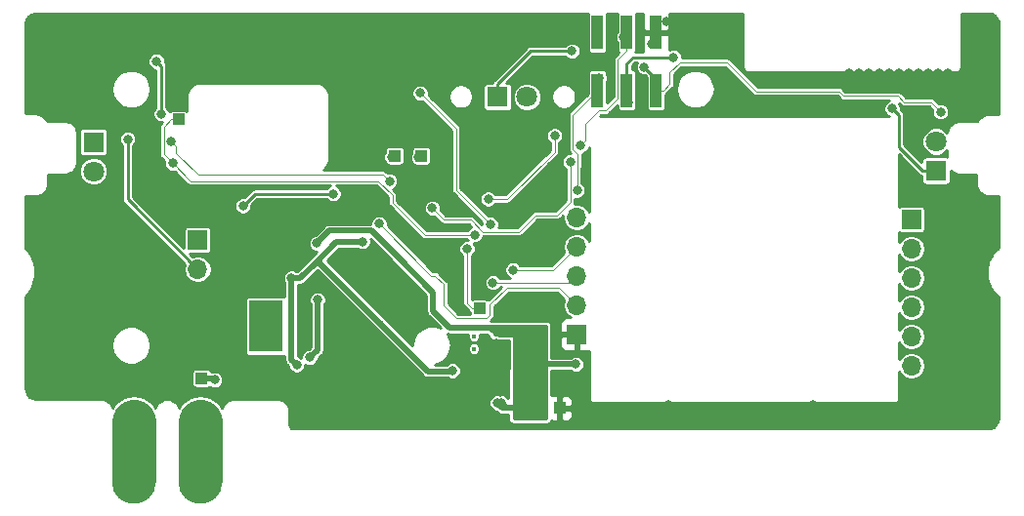
<source format=gbl>
G04 #@! TF.GenerationSoftware,KiCad,Pcbnew,(5.0.1-3-g963ef8bb5)*
G04 #@! TF.CreationDate,2020-09-15T14:43:14+02:00*
G04 #@! TF.ProjectId,trackix,747261636B69782E6B696361645F7063,rev?*
G04 #@! TF.SameCoordinates,Original*
G04 #@! TF.FileFunction,Copper,L2,Bot,Signal*
G04 #@! TF.FilePolarity,Positive*
%FSLAX46Y46*%
G04 Gerber Fmt 4.6, Leading zero omitted, Abs format (unit mm)*
G04 Created by KiCad (PCBNEW (5.0.1-3-g963ef8bb5)) date 2020 September 15, Tuesday 14:43:14*
%MOMM*%
%LPD*%
G01*
G04 APERTURE LIST*
G04 #@! TA.AperFunction,SMDPad,CuDef*
%ADD10R,1.000000X1.000000*%
G04 #@! TD*
G04 #@! TA.AperFunction,ComponentPad*
%ADD11C,3.800000*%
G04 #@! TD*
G04 #@! TA.AperFunction,ComponentPad*
%ADD12R,1.800000X1.800000*%
G04 #@! TD*
G04 #@! TA.AperFunction,ComponentPad*
%ADD13C,1.800000*%
G04 #@! TD*
G04 #@! TA.AperFunction,ViaPad*
%ADD14C,0.600000*%
G04 #@! TD*
G04 #@! TA.AperFunction,Conductor*
%ADD15R,2.950000X4.500000*%
G04 #@! TD*
G04 #@! TA.AperFunction,ComponentPad*
%ADD16O,1.700000X1.700000*%
G04 #@! TD*
G04 #@! TA.AperFunction,ComponentPad*
%ADD17R,1.700000X1.700000*%
G04 #@! TD*
G04 #@! TA.AperFunction,SMDPad,CuDef*
%ADD18R,1.000000X3.000000*%
G04 #@! TD*
G04 #@! TA.AperFunction,ViaPad*
%ADD19C,0.400000*%
G04 #@! TD*
G04 #@! TA.AperFunction,ViaPad*
%ADD20C,0.800000*%
G04 #@! TD*
G04 #@! TA.AperFunction,Conductor*
%ADD21C,0.500000*%
G04 #@! TD*
G04 #@! TA.AperFunction,Conductor*
%ADD22C,0.250000*%
G04 #@! TD*
G04 #@! TA.AperFunction,Conductor*
%ADD23C,3.800000*%
G04 #@! TD*
G04 #@! TA.AperFunction,Conductor*
%ADD24C,2.000000*%
G04 #@! TD*
G04 #@! TA.AperFunction,Conductor*
%ADD25C,0.125000*%
G04 #@! TD*
G04 #@! TA.AperFunction,Conductor*
%ADD26C,0.254000*%
G04 #@! TD*
G04 APERTURE END LIST*
D10*
G04 #@! TO.P,TP2,1*
G04 #@! TO.N,DYNAMO_B*
X151050000Y-129950000D03*
G04 #@! TD*
G04 #@! TO.P,TP1,1*
G04 #@! TO.N,DYNAMO_A*
X145300000Y-129950000D03*
G04 #@! TD*
D11*
G04 #@! TO.P,H2,1*
G04 #@! TO.N,DYNAMO_B*
X151050000Y-134200000D03*
G04 #@! TD*
G04 #@! TO.P,H1,1*
G04 #@! TO.N,DYNAMO_A*
X145300000Y-134200000D03*
G04 #@! TD*
D12*
G04 #@! TO.P,D6,1*
G04 #@! TO.N,Net-(D4-Pad1)*
X176800000Y-100796001D03*
D13*
G04 #@! TO.P,D6,2*
G04 #@! TO.N,Net-(D6-Pad2)*
X179340000Y-100796001D03*
G04 #@! TD*
G04 #@! TO.P,D5,2*
G04 #@! TO.N,Net-(D5-Pad2)*
X214800000Y-104660000D03*
D12*
G04 #@! TO.P,D5,1*
G04 #@! TO.N,Net-(D4-Pad1)*
X214800000Y-107200000D03*
G04 #@! TD*
G04 #@! TO.P,D4,1*
G04 #@! TO.N,Net-(D4-Pad1)*
X141800000Y-104700000D03*
D13*
G04 #@! TO.P,D4,2*
G04 #@! TO.N,Net-(D4-Pad2)*
X141800000Y-107240000D03*
G04 #@! TD*
D14*
G04 #@! TO.N,N/C*
G04 #@! TO.C,IC2*
X157350000Y-121900000D03*
X157350000Y-121100000D03*
X156150000Y-121100000D03*
X156150000Y-121900000D03*
X157350000Y-119500000D03*
X157350000Y-120300000D03*
X156150000Y-120300000D03*
X156150000Y-119500000D03*
D15*
X156750000Y-120700000D03*
G04 #@! TD*
D16*
G04 #@! TO.P,J1,2*
G04 #@! TO.N,+BATT*
X150825001Y-115765001D03*
D17*
G04 #@! TO.P,J1,1*
G04 #@! TO.N,-BATT*
X150825001Y-113225001D03*
G04 #@! TD*
D16*
G04 #@! TO.P,J3,5*
G04 #@! TO.N,+3V3*
X183661237Y-111254001D03*
G04 #@! TO.P,J3,4*
G04 #@! TO.N,sim_rst*
X183661237Y-113794001D03*
G04 #@! TO.P,J3,3*
G04 #@! TO.N,sim_tx*
X183661237Y-116334001D03*
G04 #@! TO.P,J3,2*
G04 #@! TO.N,sim_rx*
X183661237Y-118874001D03*
D17*
G04 #@! TO.P,J3,1*
G04 #@! TO.N,GND*
X183661237Y-121414001D03*
G04 #@! TD*
D18*
G04 #@! TO.P,J4,6*
G04 #@! TO.N,GND*
X190540000Y-95180000D03*
G04 #@! TO.P,J4,5*
G04 #@! TO.N,RESET*
X190540000Y-100220000D03*
G04 #@! TO.P,J4,4*
G04 #@! TO.N,Net-(J4-Pad4)*
X188000000Y-95180000D03*
G04 #@! TO.P,J4,3*
G04 #@! TO.N,Net-(J4-Pad3)*
X188000000Y-100220000D03*
G04 #@! TO.P,J4,2*
G04 #@! TO.N,Net-(J4-Pad2)*
X185460000Y-95180000D03*
G04 #@! TO.P,J4,1*
G04 #@! TO.N,Net-(J4-Pad1)*
X185460000Y-100220000D03*
G04 #@! TD*
D16*
G04 #@! TO.P,J5,6*
G04 #@! TO.N,Net-(J5-Pad6)*
X212661237Y-124114001D03*
G04 #@! TO.P,J5,5*
G04 #@! TO.N,Net-(J5-Pad5)*
X212661237Y-121574001D03*
G04 #@! TO.P,J5,4*
G04 #@! TO.N,Net-(J5-Pad4)*
X212661237Y-119034001D03*
G04 #@! TO.P,J5,3*
G04 #@! TO.N,Net-(J5-Pad3)*
X212661237Y-116494001D03*
G04 #@! TO.P,J5,2*
G04 #@! TO.N,sim_dtr*
X212661237Y-113954001D03*
D17*
G04 #@! TO.P,J5,1*
G04 #@! TO.N,sim_ring*
X212661237Y-111414001D03*
G04 #@! TD*
D10*
G04 #@! TO.P,TP3,1*
G04 #@! TO.N,GND*
X182200000Y-127800000D03*
G04 #@! TD*
G04 #@! TO.P,TP4,1*
G04 #@! TO.N,CHARGE_DETECT*
X151150000Y-125200000D03*
G04 #@! TD*
G04 #@! TO.P,TP5,1*
G04 #@! TO.N,AUX_ON*
X175250000Y-119150000D03*
G04 #@! TD*
G04 #@! TO.P,TP6,1*
G04 #@! TO.N,GPS_TX*
X149150000Y-102750000D03*
G04 #@! TD*
G04 #@! TO.P,TP7,1*
G04 #@! TO.N,Net-(TP7-Pad1)*
X170200000Y-105900000D03*
G04 #@! TD*
G04 #@! TO.P,TP8,1*
G04 #@! TO.N,Net-(TP8-Pad1)*
X167900000Y-105900000D03*
G04 #@! TD*
G04 #@! TO.P,TP9,1*
G04 #@! TO.N,+3V3*
X179850000Y-127800000D03*
G04 #@! TD*
D19*
G04 #@! TO.N,N/C*
G04 #@! TO.C,U4*
X174750000Y-122650000D03*
X174750000Y-121550000D03*
G04 #@! TD*
D20*
G04 #@! TO.N,GND*
X171000000Y-114350000D03*
X168750000Y-116750000D03*
X181650000Y-109650000D03*
X180650000Y-113650000D03*
X207300000Y-98750000D03*
X202850000Y-98950000D03*
X201900000Y-98950000D03*
X199050000Y-98950000D03*
X197700000Y-101100000D03*
X203550000Y-101550000D03*
G04 #@! TO.N,+3V3*
X180500000Y-122850000D03*
G04 #@! TO.N,Net-(J4-Pad1)*
X185600000Y-99150000D03*
G04 #@! TO.N,GND*
X190200000Y-96150000D03*
G04 #@! TO.N,Net-(J4-Pad4)*
X187750000Y-95600000D03*
G04 #@! TO.N,Net-(TP7-Pad1)*
X169950000Y-106050000D03*
G04 #@! TO.N,Net-(TP8-Pad1)*
X167650000Y-106000000D03*
G04 #@! TO.N,+BATT*
X159400000Y-124050000D03*
X165100000Y-113350000D03*
X158950000Y-116500000D03*
X172881345Y-124550000D03*
X144750000Y-104450000D03*
G04 #@! TO.N,GND*
X200000000Y-98950000D03*
X200950000Y-98950000D03*
X203750000Y-98950000D03*
X204700000Y-98950000D03*
X205750000Y-98950000D03*
X208150000Y-98750000D03*
X209000000Y-98750000D03*
X209850000Y-98750000D03*
X210700000Y-98750000D03*
X211550000Y-98750000D03*
X212400000Y-98750000D03*
X213250000Y-98750000D03*
X214100000Y-98750000D03*
X214950000Y-98750000D03*
X215800000Y-98750000D03*
X207750000Y-99600000D03*
X208600000Y-99600000D03*
X209450000Y-99600000D03*
X210300000Y-99600000D03*
X211150000Y-99600000D03*
X212000000Y-99600000D03*
X212850000Y-99600000D03*
X213700000Y-99600000D03*
X214550000Y-99600000D03*
X215400000Y-99600000D03*
X218100000Y-97150000D03*
X215550000Y-113900000D03*
X215550000Y-113900000D03*
X215550000Y-113900000D03*
X218100000Y-117450000D03*
X215200000Y-122800000D03*
X216750000Y-125100000D03*
X215650000Y-126600000D03*
X212100000Y-126600000D03*
X218800000Y-128850000D03*
X184450000Y-128450000D03*
X204150000Y-127550000D03*
X191600000Y-127550000D03*
X184300000Y-125100000D03*
X181850000Y-125550000D03*
X174950000Y-125050000D03*
X171600000Y-126400000D03*
X167800000Y-123850000D03*
X167800000Y-123850000D03*
X167800000Y-123850000D03*
X170700000Y-128850000D03*
X164300000Y-124250000D03*
X162100000Y-124050000D03*
X162450000Y-120750000D03*
X159800000Y-128600000D03*
X158450000Y-126550000D03*
X155250000Y-125400000D03*
X148250000Y-124950000D03*
X144950000Y-125450000D03*
X147450000Y-121450000D03*
X142500000Y-122700000D03*
X136450000Y-126150000D03*
X137550000Y-125750000D03*
X139350000Y-126650000D03*
X136550000Y-124450000D03*
X138800000Y-125250000D03*
X136250000Y-122050000D03*
X137100000Y-119000000D03*
X139050000Y-114250000D03*
X140650000Y-112150000D03*
X141150000Y-111250000D03*
X139250000Y-109800000D03*
X143050000Y-109750000D03*
X136550000Y-110300000D03*
X139050000Y-98050000D03*
X143800000Y-97500000D03*
X143800000Y-97500000D03*
X143800000Y-97500000D03*
X138750000Y-101250000D03*
X151600000Y-94400000D03*
X148400000Y-95250000D03*
X154250000Y-95450000D03*
X159650000Y-94750000D03*
X141500000Y-94550000D03*
X149750000Y-96650000D03*
X158800000Y-94750000D03*
X157950000Y-94750000D03*
X157100000Y-94600000D03*
X156250000Y-94600000D03*
X155400000Y-94650000D03*
X154550000Y-94650000D03*
X154250000Y-96300000D03*
X154550000Y-97100000D03*
X158050000Y-97000000D03*
X158900000Y-97000000D03*
X161100000Y-97150000D03*
X161400000Y-98000000D03*
X162700000Y-95500000D03*
X162700000Y-96350000D03*
X161350000Y-94700000D03*
X160500000Y-94750000D03*
X160200000Y-96950000D03*
X165550000Y-96000000D03*
X162700000Y-99500000D03*
X164500000Y-100600000D03*
X168900000Y-94700000D03*
X169750000Y-95450000D03*
X191400000Y-94200000D03*
X197250000Y-94000000D03*
X197350000Y-95550000D03*
X197350000Y-99800000D03*
X200900000Y-101600000D03*
X192350000Y-101750000D03*
X213000000Y-105050000D03*
X219700000Y-101850000D03*
X216350000Y-100400000D03*
X196600000Y-96550000D03*
X192150000Y-95200000D03*
X181250000Y-94200000D03*
X181250000Y-94200000D03*
X181250000Y-94200000D03*
X181700000Y-95900000D03*
X175950000Y-94600000D03*
X176200000Y-97450000D03*
X172150000Y-94800000D03*
X172800000Y-98850000D03*
X172950000Y-110350000D03*
X180650000Y-118150000D03*
X181450000Y-106800000D03*
X177850000Y-105650000D03*
X179550000Y-102950000D03*
X181050000Y-105200000D03*
X216000000Y-128950000D03*
X216950000Y-109000000D03*
X184450000Y-107400000D03*
X169100000Y-120850000D03*
X165850000Y-110100000D03*
X165600000Y-105700000D03*
X174200000Y-107850000D03*
X166600000Y-99100000D03*
X167300000Y-96250000D03*
X164850000Y-108800000D03*
X157850000Y-110850000D03*
X154100000Y-117250000D03*
X152450000Y-118600000D03*
X157450000Y-117300000D03*
X154250000Y-114200000D03*
X154250000Y-114200000D03*
X154250000Y-114200000D03*
X156600000Y-114200000D03*
X150350000Y-118250000D03*
X140250000Y-118800000D03*
X142350000Y-118650000D03*
X143250000Y-113750000D03*
X176700000Y-122150000D03*
X177550000Y-119500000D03*
X179150000Y-118350000D03*
X180600000Y-119400000D03*
G04 #@! TO.N,CHARGE_DETECT*
X161200000Y-118400000D03*
X160540001Y-123400001D03*
X152300000Y-125350000D03*
G04 #@! TO.N,+3V3*
X176800000Y-127350000D03*
X177150000Y-127350000D03*
X183600000Y-124000000D03*
X180600000Y-121600000D03*
X180150000Y-124050000D03*
X178850000Y-124950000D03*
X180150000Y-124850000D03*
X178750000Y-123150000D03*
X177550000Y-121100000D03*
X179650000Y-121485463D03*
X179650000Y-127800000D03*
X180150000Y-126350000D03*
X178650000Y-126350000D03*
X161150000Y-113500000D03*
G04 #@! TO.N,Net-(C6-Pad1)*
X147650000Y-102250000D03*
X147250000Y-97700000D03*
G04 #@! TO.N,Net-(D4-Pad1)*
X183250000Y-96800000D03*
X211000000Y-101800000D03*
G04 #@! TO.N,RESET*
X176000000Y-109650000D03*
X215200000Y-102100000D03*
X189520000Y-98200000D03*
X181750000Y-104150000D03*
G04 #@! TO.N,AUX_ON*
X175335000Y-119250000D03*
X174167337Y-113967337D03*
G04 #@! TO.N,DRIVE_LED*
X176200000Y-111850000D03*
X170100000Y-100450000D03*
G04 #@! TO.N,GPS_TX*
X148650000Y-106550000D03*
X174800000Y-112750000D03*
G04 #@! TO.N,Net-(R18-Pad2)*
X162550000Y-109200000D03*
X154750000Y-110250000D03*
G04 #@! TO.N,Net-(J4-Pad4)*
X184000000Y-105000000D03*
G04 #@! TO.N,Net-(J4-Pad3)*
X192050000Y-97350000D03*
X188100000Y-101250000D03*
G04 #@! TO.N,Net-(J4-Pad1)*
X183700000Y-108900000D03*
G04 #@! TO.N,sim_rst*
X178144188Y-115805812D03*
G04 #@! TO.N,sim_tx*
X176400000Y-116900000D03*
G04 #@! TO.N,sim_rx*
X166550000Y-111800000D03*
G04 #@! TO.N,sim_dtr*
X183100000Y-106419954D03*
X171150000Y-110437499D03*
G04 #@! TO.N,GPS_RX*
X148550000Y-104650000D03*
X167440202Y-108100000D03*
G04 #@! TD*
D21*
G04 #@! TO.N,+BATT*
X158950000Y-116500000D02*
X159700000Y-116500000D01*
X170783329Y-124600000D02*
X172900000Y-124600000D01*
X162850000Y-113350000D02*
X165100000Y-113350000D01*
X161383329Y-115200000D02*
X167083329Y-120900000D01*
X161000000Y-115200000D02*
X161383329Y-115200000D01*
X167083329Y-120900000D02*
X170783329Y-124600000D01*
X166600000Y-120416671D02*
X167083329Y-120900000D01*
X159700000Y-116500000D02*
X161000000Y-115200000D01*
X161000000Y-115200000D02*
X162850000Y-113350000D01*
D22*
X144750000Y-109690000D02*
X150825001Y-115765001D01*
X144750000Y-104450000D02*
X144750000Y-109690000D01*
D21*
X158950000Y-123600000D02*
X159400000Y-124050000D01*
X158950000Y-116500000D02*
X158950000Y-123600000D01*
G04 #@! TO.N,CHARGE_DETECT*
X161200000Y-122740002D02*
X160540001Y-123400001D01*
X161200000Y-118400000D02*
X161200000Y-122740002D01*
X152150000Y-125200000D02*
X152300000Y-125350000D01*
X151150000Y-125200000D02*
X152150000Y-125200000D01*
X152300000Y-125350000D02*
X152300000Y-125350000D01*
G04 #@! TO.N,+3V3*
X177600000Y-127800000D02*
X177150000Y-127350000D01*
X179850000Y-127800000D02*
X179650000Y-127800000D01*
X177250000Y-127800000D02*
X176800000Y-127350000D01*
X179850000Y-127800000D02*
X177250000Y-127800000D01*
X180200000Y-124000000D02*
X180150000Y-124050000D01*
X183600000Y-124000000D02*
X180200000Y-124000000D01*
X179650000Y-127800000D02*
X177600000Y-127800000D01*
X162250000Y-112400000D02*
X165900000Y-112400000D01*
X161150000Y-113500000D02*
X162250000Y-112400000D01*
X176878547Y-120814010D02*
X177150001Y-121085464D01*
X168050000Y-114550000D02*
X168050000Y-114600000D01*
X165900000Y-112400000D02*
X168050000Y-114550000D01*
X171200000Y-117750000D02*
X171200000Y-119350000D01*
X168050000Y-114600000D02*
X171200000Y-117750000D01*
X171200000Y-119350000D02*
X172664010Y-120814010D01*
X176435990Y-121100000D02*
X177550000Y-121100000D01*
X176150000Y-120814010D02*
X176435990Y-121100000D01*
X172664010Y-120814010D02*
X176150000Y-120814010D01*
X176150000Y-120814010D02*
X176878547Y-120814010D01*
D22*
G04 #@! TO.N,Net-(C6-Pad1)*
X147650000Y-101684315D02*
X147650000Y-102250000D01*
X147649999Y-98099999D02*
X147650000Y-101684315D01*
X147250000Y-97700000D02*
X147649999Y-98099999D01*
D23*
G04 #@! TO.N,DYNAMO_A*
X145300000Y-133950000D02*
X145300000Y-128950000D01*
D24*
X145300000Y-129950000D02*
X145300000Y-133950000D01*
D22*
G04 #@! TO.N,Net-(D4-Pad1)*
X211586247Y-105136247D02*
X211586247Y-102386247D01*
X213650000Y-107200000D02*
X211586247Y-105136247D01*
X214800000Y-107200000D02*
X213650000Y-107200000D01*
X211586247Y-102386247D02*
X211000000Y-101800000D01*
X176800000Y-99646001D02*
X179646001Y-96800000D01*
X176800000Y-100796001D02*
X176800000Y-99646001D01*
X179646001Y-96800000D02*
X183250000Y-96800000D01*
X183250000Y-96800000D02*
X183250000Y-96800000D01*
D24*
G04 #@! TO.N,DYNAMO_B*
X151050000Y-129950000D02*
X151050000Y-133950000D01*
D23*
X151050000Y-133950000D02*
X151050000Y-128950000D01*
D25*
G04 #@! TO.N,RESET*
X190540000Y-100220000D02*
X190540000Y-101220000D01*
X177650000Y-109650000D02*
X176000000Y-109650000D01*
X214350000Y-101250000D02*
X215200000Y-102100000D01*
X199200000Y-100300000D02*
X206400000Y-100300000D01*
X196700000Y-97800000D02*
X199200000Y-100300000D01*
X192580502Y-97800000D02*
X196700000Y-97800000D01*
X191700000Y-99685000D02*
X191700000Y-98680502D01*
X191165000Y-100220000D02*
X191700000Y-99685000D01*
X191700000Y-98680502D02*
X192580502Y-97800000D01*
X190540000Y-100220000D02*
X191165000Y-100220000D01*
X181750000Y-105550000D02*
X177650000Y-109650000D01*
D22*
X190540000Y-99220000D02*
X189520000Y-98200000D01*
X190540000Y-100220000D02*
X190540000Y-99220000D01*
X189520000Y-98200000D02*
X189520000Y-98200000D01*
D25*
X181750000Y-105550000D02*
X181750000Y-104150000D01*
X211500000Y-100700000D02*
X212050000Y-101250000D01*
X206800000Y-100700000D02*
X211500000Y-100700000D01*
X212050000Y-101250000D02*
X214350000Y-101250000D01*
X206400000Y-100300000D02*
X206800000Y-100700000D01*
G04 #@! TO.N,AUX_ON*
X174625000Y-119150000D02*
X175250000Y-119150000D01*
X174167337Y-118692337D02*
X174625000Y-119150000D01*
X174167337Y-113967337D02*
X174167337Y-118692337D01*
G04 #@! TO.N,DRIVE_LED*
X170499999Y-100849999D02*
X170100000Y-100450000D01*
X173200000Y-103550000D02*
X170499999Y-100849999D01*
X173200000Y-108850000D02*
X173200000Y-103550000D01*
X176200000Y-111850000D02*
X173200000Y-108850000D01*
G04 #@! TO.N,GPS_TX*
X170500000Y-112750000D02*
X174800000Y-112750000D01*
X167700000Y-109950000D02*
X170500000Y-112750000D01*
X167700000Y-109350000D02*
X167700000Y-109950000D01*
X166450000Y-108100000D02*
X167700000Y-109350000D01*
X150200000Y-108100000D02*
X166450000Y-108100000D01*
X148650000Y-106550000D02*
X150200000Y-108100000D01*
X148525000Y-102750000D02*
X149150000Y-102750000D01*
X147887499Y-103387501D02*
X148525000Y-102750000D01*
X147887499Y-105787499D02*
X147887499Y-103387501D01*
X148650000Y-106550000D02*
X147887499Y-105787499D01*
D22*
G04 #@! TO.N,Net-(R18-Pad2)*
X155800000Y-109200000D02*
X162550000Y-109200000D01*
X154750000Y-110250000D02*
X155800000Y-109200000D01*
D25*
G04 #@! TO.N,Net-(J4-Pad4)*
X188000000Y-96805000D02*
X188000000Y-95180000D01*
X187237499Y-97567501D02*
X188000000Y-96805000D01*
X187237499Y-100915003D02*
X187237499Y-97567501D01*
X186170001Y-101982501D02*
X187237499Y-100915003D01*
X185580071Y-101982501D02*
X186170001Y-101982501D01*
X184399999Y-103162573D02*
X185580071Y-101982501D01*
X184399999Y-104600001D02*
X184399999Y-103162573D01*
X184000000Y-105000000D02*
X184399999Y-104600001D01*
D22*
G04 #@! TO.N,Net-(J4-Pad3)*
X188000000Y-100220000D02*
X188000000Y-97900000D01*
X188550000Y-97350000D02*
X192050000Y-97350000D01*
X188000000Y-97900000D02*
X188550000Y-97350000D01*
D25*
G04 #@! TO.N,Net-(J4-Pad1)*
X183337499Y-102342501D02*
X185460000Y-100220000D01*
X183337499Y-105318001D02*
X183337499Y-102342501D01*
X183762501Y-105743003D02*
X183569498Y-105550000D01*
X183762501Y-106737955D02*
X183762501Y-105743003D01*
X183700000Y-108900000D02*
X183700000Y-106800456D01*
X183569498Y-105550000D02*
X183337499Y-105318001D01*
X183700000Y-106800456D02*
X183762501Y-106737955D01*
G04 #@! TO.N,sim_rst*
X181649426Y-115805812D02*
X183661237Y-113794001D01*
X178144188Y-115805812D02*
X181649426Y-115805812D01*
G04 #@! TO.N,sim_tx*
X183095238Y-116900000D02*
X183661237Y-116334001D01*
X176400000Y-116900000D02*
X183095238Y-116900000D01*
G04 #@! TO.N,sim_rx*
X182811238Y-118024002D02*
X183661237Y-118874001D01*
X171050000Y-116300000D02*
X171400000Y-116300000D01*
X182137236Y-117350000D02*
X182811238Y-118024002D01*
X166550000Y-111800000D02*
X171050000Y-116300000D01*
X176150000Y-118800000D02*
X177600000Y-117350000D01*
X177600000Y-117350000D02*
X182137236Y-117350000D01*
X176150000Y-119722502D02*
X176150000Y-118800000D01*
X172150000Y-117050000D02*
X172150000Y-118900000D01*
X173250000Y-120000000D02*
X175872502Y-120000000D01*
X172150000Y-118900000D02*
X173250000Y-120000000D01*
X171400000Y-116300000D02*
X172150000Y-117050000D01*
X175872502Y-120000000D02*
X176150000Y-119722502D01*
G04 #@! TO.N,sim_dtr*
X172162501Y-111450000D02*
X171150000Y-110437499D01*
X175543003Y-112512501D02*
X174480502Y-111450000D01*
X178637499Y-112512501D02*
X175543003Y-112512501D01*
X183100000Y-106419954D02*
X183100000Y-109900000D01*
X181950000Y-111050000D02*
X180100000Y-111050000D01*
X174480502Y-111450000D02*
X172162501Y-111450000D01*
X183100000Y-109900000D02*
X181950000Y-111050000D01*
X180100000Y-111050000D02*
X178637499Y-112512501D01*
G04 #@! TO.N,GPS_RX*
X167040203Y-107700001D02*
X167440202Y-108100000D01*
X166877701Y-107537499D02*
X167040203Y-107700001D01*
X150850763Y-107537499D02*
X166877701Y-107537499D01*
X148949999Y-105636735D02*
X150850763Y-107537499D01*
X148949999Y-105049999D02*
X148949999Y-105636735D01*
X148550000Y-104650000D02*
X148949999Y-105049999D01*
G04 #@! TD*
D26*
G04 #@! TO.N,DYNAMO_A*
G36*
X145493748Y-134185858D02*
X145479605Y-134200000D01*
X145493748Y-134214143D01*
X145314143Y-134393748D01*
X145300000Y-134379605D01*
X145285858Y-134393748D01*
X145106253Y-134214143D01*
X145120395Y-134200000D01*
X145106253Y-134185858D01*
X145285858Y-134006253D01*
X145300000Y-134020395D01*
X145314143Y-134006253D01*
X145493748Y-134185858D01*
X145493748Y-134185858D01*
G37*
X145493748Y-134185858D02*
X145479605Y-134200000D01*
X145493748Y-134214143D01*
X145314143Y-134393748D01*
X145300000Y-134379605D01*
X145285858Y-134393748D01*
X145106253Y-134214143D01*
X145120395Y-134200000D01*
X145106253Y-134185858D01*
X145285858Y-134006253D01*
X145300000Y-134020395D01*
X145314143Y-134006253D01*
X145493748Y-134185858D01*
G36*
X146840000Y-132253394D02*
X146714647Y-132036839D01*
X145779157Y-131660138D01*
X144770721Y-131670108D01*
X143885353Y-132036839D01*
X143760000Y-132253394D01*
X143760000Y-130235750D01*
X144165000Y-130235750D01*
X144165000Y-130576310D01*
X144261673Y-130809699D01*
X144440302Y-130988327D01*
X144673691Y-131085000D01*
X145014250Y-131085000D01*
X145173000Y-130926250D01*
X145173000Y-130077000D01*
X145427000Y-130077000D01*
X145427000Y-130926250D01*
X145585750Y-131085000D01*
X145926309Y-131085000D01*
X146159698Y-130988327D01*
X146338327Y-130809699D01*
X146435000Y-130576310D01*
X146435000Y-130235750D01*
X146276250Y-130077000D01*
X145427000Y-130077000D01*
X145173000Y-130077000D01*
X144323750Y-130077000D01*
X144165000Y-130235750D01*
X143760000Y-130235750D01*
X143760000Y-129323690D01*
X144165000Y-129323690D01*
X144165000Y-129664250D01*
X144323750Y-129823000D01*
X145173000Y-129823000D01*
X145173000Y-128973750D01*
X145427000Y-128973750D01*
X145427000Y-129823000D01*
X146276250Y-129823000D01*
X146435000Y-129664250D01*
X146435000Y-129323690D01*
X146338327Y-129090301D01*
X146159698Y-128911673D01*
X145926309Y-128815000D01*
X145585750Y-128815000D01*
X145427000Y-128973750D01*
X145173000Y-128973750D01*
X145014250Y-128815000D01*
X144673691Y-128815000D01*
X144440302Y-128911673D01*
X144261673Y-129090301D01*
X144165000Y-129323690D01*
X143760000Y-129323690D01*
X143760000Y-128624497D01*
X146840001Y-128608100D01*
X146840000Y-132253394D01*
X146840000Y-132253394D01*
G37*
X146840000Y-132253394D02*
X146714647Y-132036839D01*
X145779157Y-131660138D01*
X144770721Y-131670108D01*
X143885353Y-132036839D01*
X143760000Y-132253394D01*
X143760000Y-130235750D01*
X144165000Y-130235750D01*
X144165000Y-130576310D01*
X144261673Y-130809699D01*
X144440302Y-130988327D01*
X144673691Y-131085000D01*
X145014250Y-131085000D01*
X145173000Y-130926250D01*
X145173000Y-130077000D01*
X145427000Y-130077000D01*
X145427000Y-130926250D01*
X145585750Y-131085000D01*
X145926309Y-131085000D01*
X146159698Y-130988327D01*
X146338327Y-130809699D01*
X146435000Y-130576310D01*
X146435000Y-130235750D01*
X146276250Y-130077000D01*
X145427000Y-130077000D01*
X145173000Y-130077000D01*
X144323750Y-130077000D01*
X144165000Y-130235750D01*
X143760000Y-130235750D01*
X143760000Y-129323690D01*
X144165000Y-129323690D01*
X144165000Y-129664250D01*
X144323750Y-129823000D01*
X145173000Y-129823000D01*
X145173000Y-128973750D01*
X145427000Y-128973750D01*
X145427000Y-129823000D01*
X146276250Y-129823000D01*
X146435000Y-129664250D01*
X146435000Y-129323690D01*
X146338327Y-129090301D01*
X146159698Y-128911673D01*
X145926309Y-128815000D01*
X145585750Y-128815000D01*
X145427000Y-128973750D01*
X145173000Y-128973750D01*
X145014250Y-128815000D01*
X144673691Y-128815000D01*
X144440302Y-128911673D01*
X144261673Y-129090301D01*
X144165000Y-129323690D01*
X143760000Y-129323690D01*
X143760000Y-128624497D01*
X146840001Y-128608100D01*
X146840000Y-132253394D01*
G04 #@! TO.N,DYNAMO_B*
G36*
X151243748Y-134185858D02*
X151229605Y-134200000D01*
X151243748Y-134214143D01*
X151064143Y-134393748D01*
X151050000Y-134379605D01*
X151035858Y-134393748D01*
X150856253Y-134214143D01*
X150870395Y-134200000D01*
X150856253Y-134185858D01*
X151035858Y-134006253D01*
X151050000Y-134020395D01*
X151064143Y-134006253D01*
X151243748Y-134185858D01*
X151243748Y-134185858D01*
G37*
X151243748Y-134185858D02*
X151229605Y-134200000D01*
X151243748Y-134214143D01*
X151064143Y-134393748D01*
X151050000Y-134379605D01*
X151035858Y-134393748D01*
X150856253Y-134214143D01*
X150870395Y-134200000D01*
X150856253Y-134185858D01*
X151035858Y-134006253D01*
X151050000Y-134020395D01*
X151064143Y-134006253D01*
X151243748Y-134185858D01*
G36*
X152590634Y-132254489D02*
X152464647Y-132036839D01*
X151529157Y-131660138D01*
X150520721Y-131670108D01*
X149635353Y-132036839D01*
X149510000Y-132253394D01*
X149510000Y-130235750D01*
X149915000Y-130235750D01*
X149915000Y-130576310D01*
X150011673Y-130809699D01*
X150190302Y-130988327D01*
X150423691Y-131085000D01*
X150764250Y-131085000D01*
X150923000Y-130926250D01*
X150923000Y-130077000D01*
X151177000Y-130077000D01*
X151177000Y-130926250D01*
X151335750Y-131085000D01*
X151676309Y-131085000D01*
X151909698Y-130988327D01*
X152088327Y-130809699D01*
X152185000Y-130576310D01*
X152185000Y-130235750D01*
X152026250Y-130077000D01*
X151177000Y-130077000D01*
X150923000Y-130077000D01*
X150073750Y-130077000D01*
X149915000Y-130235750D01*
X149510000Y-130235750D01*
X149510000Y-129323690D01*
X149915000Y-129323690D01*
X149915000Y-129664250D01*
X150073750Y-129823000D01*
X150923000Y-129823000D01*
X150923000Y-128973750D01*
X151177000Y-128973750D01*
X151177000Y-129823000D01*
X152026250Y-129823000D01*
X152185000Y-129664250D01*
X152185000Y-129323690D01*
X152088327Y-129090301D01*
X151909698Y-128911673D01*
X151676309Y-128815000D01*
X151335750Y-128815000D01*
X151177000Y-128973750D01*
X150923000Y-128973750D01*
X150764250Y-128815000D01*
X150423691Y-128815000D01*
X150190302Y-128911673D01*
X150011673Y-129090301D01*
X149915000Y-129323690D01*
X149510000Y-129323690D01*
X149510000Y-128628974D01*
X152591814Y-128628974D01*
X152590634Y-132254489D01*
X152590634Y-132254489D01*
G37*
X152590634Y-132254489D02*
X152464647Y-132036839D01*
X151529157Y-131660138D01*
X150520721Y-131670108D01*
X149635353Y-132036839D01*
X149510000Y-132253394D01*
X149510000Y-130235750D01*
X149915000Y-130235750D01*
X149915000Y-130576310D01*
X150011673Y-130809699D01*
X150190302Y-130988327D01*
X150423691Y-131085000D01*
X150764250Y-131085000D01*
X150923000Y-130926250D01*
X150923000Y-130077000D01*
X151177000Y-130077000D01*
X151177000Y-130926250D01*
X151335750Y-131085000D01*
X151676309Y-131085000D01*
X151909698Y-130988327D01*
X152088327Y-130809699D01*
X152185000Y-130576310D01*
X152185000Y-130235750D01*
X152026250Y-130077000D01*
X151177000Y-130077000D01*
X150923000Y-130077000D01*
X150073750Y-130077000D01*
X149915000Y-130235750D01*
X149510000Y-130235750D01*
X149510000Y-129323690D01*
X149915000Y-129323690D01*
X149915000Y-129664250D01*
X150073750Y-129823000D01*
X150923000Y-129823000D01*
X150923000Y-128973750D01*
X151177000Y-128973750D01*
X151177000Y-129823000D01*
X152026250Y-129823000D01*
X152185000Y-129664250D01*
X152185000Y-129323690D01*
X152088327Y-129090301D01*
X151909698Y-128911673D01*
X151676309Y-128815000D01*
X151335750Y-128815000D01*
X151177000Y-128973750D01*
X150923000Y-128973750D01*
X150764250Y-128815000D01*
X150423691Y-128815000D01*
X150190302Y-128911673D01*
X150011673Y-129090301D01*
X149915000Y-129323690D01*
X149510000Y-129323690D01*
X149510000Y-128628974D01*
X152591814Y-128628974D01*
X152590634Y-132254489D01*
G04 #@! TO.N,+3V3*
G36*
X180998382Y-128723000D02*
X178202438Y-128723000D01*
X178226999Y-121600438D01*
X178217500Y-121551804D01*
X178190112Y-121510508D01*
X178149005Y-121482836D01*
X178100000Y-121473000D01*
X176986225Y-121473000D01*
X176846201Y-121415000D01*
X176553799Y-121415000D01*
X176527000Y-121426101D01*
X176527000Y-120677000D01*
X181022617Y-120677000D01*
X180998382Y-128723000D01*
X180998382Y-128723000D01*
G37*
X180998382Y-128723000D02*
X178202438Y-128723000D01*
X178226999Y-121600438D01*
X178217500Y-121551804D01*
X178190112Y-121510508D01*
X178149005Y-121482836D01*
X178100000Y-121473000D01*
X176986225Y-121473000D01*
X176846201Y-121415000D01*
X176553799Y-121415000D01*
X176527000Y-121426101D01*
X176527000Y-120677000D01*
X181022617Y-120677000D01*
X180998382Y-128723000D01*
G04 #@! TO.N,GND*
G36*
X184644437Y-93549289D02*
X184618437Y-93680000D01*
X184618437Y-96680000D01*
X184644437Y-96810711D01*
X184718478Y-96921522D01*
X184829289Y-96995563D01*
X184960000Y-97021563D01*
X185960000Y-97021563D01*
X186090711Y-96995563D01*
X186201522Y-96921522D01*
X186275563Y-96810711D01*
X186301563Y-96680000D01*
X186301563Y-93680000D01*
X186275563Y-93549289D01*
X186271361Y-93543000D01*
X187188639Y-93543000D01*
X187184437Y-93549289D01*
X187158437Y-93680000D01*
X187158437Y-95152116D01*
X187126897Y-95183656D01*
X187015000Y-95453799D01*
X187015000Y-95746201D01*
X187126897Y-96016344D01*
X187158437Y-96047884D01*
X187158437Y-96680000D01*
X187184437Y-96810711D01*
X187258478Y-96921522D01*
X187296154Y-96946696D01*
X186984105Y-97258745D01*
X186950919Y-97280920D01*
X186928744Y-97314107D01*
X186928743Y-97314108D01*
X186863063Y-97412405D01*
X186832213Y-97567501D01*
X186840000Y-97606649D01*
X186839999Y-100750353D01*
X186301563Y-101288790D01*
X186301563Y-99376925D01*
X186335000Y-99296201D01*
X186335000Y-99003799D01*
X186301563Y-98923075D01*
X186301563Y-98720000D01*
X186275563Y-98589289D01*
X186201522Y-98478478D01*
X186090711Y-98404437D01*
X185960000Y-98378437D01*
X184960000Y-98378437D01*
X184829289Y-98404437D01*
X184718478Y-98478478D01*
X184644437Y-98589289D01*
X184618437Y-98720000D01*
X184618437Y-100499414D01*
X183084106Y-102033745D01*
X183050919Y-102055920D01*
X183028744Y-102089107D01*
X183028743Y-102089108D01*
X182963063Y-102187405D01*
X182932213Y-102342501D01*
X182940000Y-102381649D01*
X182939999Y-105278857D01*
X182932213Y-105318001D01*
X182939999Y-105357145D01*
X182939999Y-105357148D01*
X182963063Y-105473097D01*
X183050918Y-105604582D01*
X183084108Y-105626759D01*
X183142303Y-105684954D01*
X182953799Y-105684954D01*
X182683656Y-105796851D01*
X182476897Y-106003610D01*
X182365000Y-106273753D01*
X182365000Y-106566155D01*
X182476897Y-106836298D01*
X182683656Y-107043057D01*
X182702500Y-107050863D01*
X182702501Y-109735349D01*
X181785351Y-110652500D01*
X180139144Y-110652500D01*
X180100000Y-110644714D01*
X180060856Y-110652500D01*
X180060852Y-110652500D01*
X179944903Y-110675564D01*
X179813419Y-110763419D01*
X179791242Y-110796609D01*
X178472850Y-112115001D01*
X176885791Y-112115001D01*
X176935000Y-111996201D01*
X176935000Y-111703799D01*
X176823103Y-111433656D01*
X176616344Y-111226897D01*
X176346201Y-111115000D01*
X176053799Y-111115000D01*
X176034955Y-111122806D01*
X174415948Y-109503799D01*
X175265000Y-109503799D01*
X175265000Y-109796201D01*
X175376897Y-110066344D01*
X175583656Y-110273103D01*
X175853799Y-110385000D01*
X176146201Y-110385000D01*
X176416344Y-110273103D01*
X176623103Y-110066344D01*
X176630908Y-110047500D01*
X177610856Y-110047500D01*
X177650000Y-110055286D01*
X177689144Y-110047500D01*
X177689148Y-110047500D01*
X177805097Y-110024436D01*
X177936581Y-109936581D01*
X177958758Y-109903391D01*
X182003395Y-105858755D01*
X182036581Y-105836581D01*
X182066482Y-105791832D01*
X182084723Y-105764531D01*
X182124436Y-105705097D01*
X182147500Y-105589148D01*
X182147500Y-105589147D01*
X182155287Y-105550000D01*
X182147500Y-105510853D01*
X182147500Y-104780908D01*
X182166344Y-104773103D01*
X182373103Y-104566344D01*
X182485000Y-104296201D01*
X182485000Y-104003799D01*
X182373103Y-103733656D01*
X182166344Y-103526897D01*
X181896201Y-103415000D01*
X181603799Y-103415000D01*
X181333656Y-103526897D01*
X181126897Y-103733656D01*
X181015000Y-104003799D01*
X181015000Y-104296201D01*
X181126897Y-104566344D01*
X181333656Y-104773103D01*
X181352501Y-104780909D01*
X181352500Y-105385350D01*
X177485351Y-109252500D01*
X176630908Y-109252500D01*
X176623103Y-109233656D01*
X176416344Y-109026897D01*
X176146201Y-108915000D01*
X175853799Y-108915000D01*
X175583656Y-109026897D01*
X175376897Y-109233656D01*
X175265000Y-109503799D01*
X174415948Y-109503799D01*
X173597500Y-108685351D01*
X173597500Y-103589143D01*
X173605286Y-103549999D01*
X173597500Y-103510855D01*
X173597500Y-103510852D01*
X173574436Y-103394903D01*
X173559792Y-103372987D01*
X173508756Y-103296606D01*
X173486581Y-103263419D01*
X173453394Y-103241244D01*
X170965150Y-100753000D01*
X172557000Y-100753000D01*
X172638068Y-101160558D01*
X172868931Y-101506069D01*
X173214442Y-101736932D01*
X173622000Y-101818000D01*
X174029558Y-101736932D01*
X174375069Y-101506069D01*
X174605932Y-101160558D01*
X174687000Y-100753000D01*
X174605932Y-100345442D01*
X174375069Y-99999931D01*
X174219527Y-99896001D01*
X175558437Y-99896001D01*
X175558437Y-101696001D01*
X175584437Y-101826712D01*
X175658478Y-101937523D01*
X175769289Y-102011564D01*
X175900000Y-102037564D01*
X177700000Y-102037564D01*
X177830711Y-102011564D01*
X177941522Y-101937523D01*
X178015563Y-101826712D01*
X178041563Y-101696001D01*
X178041563Y-100550344D01*
X178105000Y-100550344D01*
X178105000Y-101041658D01*
X178293018Y-101495572D01*
X178640429Y-101842983D01*
X179094343Y-102031001D01*
X179585657Y-102031001D01*
X180039571Y-101842983D01*
X180386982Y-101495572D01*
X180575000Y-101041658D01*
X180575000Y-100753000D01*
X181422000Y-100753000D01*
X181504971Y-101170125D01*
X181741254Y-101523746D01*
X182094875Y-101760029D01*
X182512000Y-101843000D01*
X182929125Y-101760029D01*
X183282746Y-101523746D01*
X183519029Y-101170125D01*
X183602000Y-100753000D01*
X183519029Y-100335875D01*
X183282746Y-99982254D01*
X182929125Y-99745971D01*
X182512000Y-99663000D01*
X182094875Y-99745971D01*
X181741254Y-99982254D01*
X181504971Y-100335875D01*
X181422000Y-100753000D01*
X180575000Y-100753000D01*
X180575000Y-100550344D01*
X180386982Y-100096430D01*
X180039571Y-99749019D01*
X179585657Y-99561001D01*
X179094343Y-99561001D01*
X178640429Y-99749019D01*
X178293018Y-100096430D01*
X178105000Y-100550344D01*
X178041563Y-100550344D01*
X178041563Y-99896001D01*
X178015563Y-99765290D01*
X177941522Y-99654479D01*
X177830711Y-99580438D01*
X177700000Y-99554438D01*
X177542100Y-99554438D01*
X179836539Y-97260000D01*
X182670553Y-97260000D01*
X182833656Y-97423103D01*
X183103799Y-97535000D01*
X183396201Y-97535000D01*
X183666344Y-97423103D01*
X183873103Y-97216344D01*
X183985000Y-96946201D01*
X183985000Y-96653799D01*
X183873103Y-96383656D01*
X183666344Y-96176897D01*
X183396201Y-96065000D01*
X183103799Y-96065000D01*
X182833656Y-96176897D01*
X182670553Y-96340000D01*
X179691301Y-96340000D01*
X179646000Y-96330989D01*
X179600700Y-96340000D01*
X179600699Y-96340000D01*
X179466518Y-96366690D01*
X179314360Y-96468359D01*
X179288698Y-96506765D01*
X176506766Y-99288698D01*
X176468360Y-99314360D01*
X176442698Y-99352766D01*
X176366690Y-99466519D01*
X176349202Y-99554438D01*
X175900000Y-99554438D01*
X175769289Y-99580438D01*
X175658478Y-99654479D01*
X175584437Y-99765290D01*
X175558437Y-99896001D01*
X174219527Y-99896001D01*
X174029558Y-99769068D01*
X173622000Y-99688000D01*
X173214442Y-99769068D01*
X172868931Y-99999931D01*
X172638068Y-100345442D01*
X172557000Y-100753000D01*
X170965150Y-100753000D01*
X170827194Y-100615045D01*
X170835000Y-100596201D01*
X170835000Y-100303799D01*
X170723103Y-100033656D01*
X170516344Y-99826897D01*
X170246201Y-99715000D01*
X169953799Y-99715000D01*
X169683656Y-99826897D01*
X169476897Y-100033656D01*
X169365000Y-100303799D01*
X169365000Y-100596201D01*
X169476897Y-100866344D01*
X169683656Y-101073103D01*
X169953799Y-101185000D01*
X170246201Y-101185000D01*
X170265045Y-101177194D01*
X172802501Y-103714651D01*
X172802500Y-108810856D01*
X172794714Y-108850000D01*
X172802500Y-108889144D01*
X172802500Y-108889147D01*
X172825564Y-109005096D01*
X172913419Y-109136581D01*
X172946609Y-109158758D01*
X175472806Y-111684955D01*
X175465000Y-111703799D01*
X175465000Y-111872348D01*
X174789260Y-111196609D01*
X174767083Y-111163419D01*
X174635599Y-111075564D01*
X174519650Y-111052500D01*
X174519646Y-111052500D01*
X174480502Y-111044714D01*
X174441358Y-111052500D01*
X172327151Y-111052500D01*
X171877195Y-110602544D01*
X171885000Y-110583700D01*
X171885000Y-110291298D01*
X171773103Y-110021155D01*
X171566344Y-109814396D01*
X171296201Y-109702499D01*
X171003799Y-109702499D01*
X170733656Y-109814396D01*
X170526897Y-110021155D01*
X170415000Y-110291298D01*
X170415000Y-110583700D01*
X170526897Y-110853843D01*
X170733656Y-111060602D01*
X171003799Y-111172499D01*
X171296201Y-111172499D01*
X171315045Y-111164694D01*
X171853744Y-111703393D01*
X171875920Y-111736581D01*
X171909107Y-111758756D01*
X171909108Y-111758757D01*
X171947970Y-111784723D01*
X172007404Y-111824436D01*
X172123353Y-111847500D01*
X172123357Y-111847500D01*
X172162501Y-111855286D01*
X172201645Y-111847500D01*
X174315853Y-111847500D01*
X174533275Y-112064923D01*
X174383656Y-112126897D01*
X174176897Y-112333656D01*
X174169092Y-112352500D01*
X170664650Y-112352500D01*
X168097500Y-109785351D01*
X168097500Y-109389144D01*
X168105286Y-109350000D01*
X168097500Y-109310856D01*
X168097500Y-109310852D01*
X168074436Y-109194903D01*
X167986581Y-109063419D01*
X167953395Y-109041245D01*
X167700068Y-108787918D01*
X167856546Y-108723103D01*
X168063305Y-108516344D01*
X168175202Y-108246201D01*
X168175202Y-107953799D01*
X168063305Y-107683656D01*
X167856546Y-107476897D01*
X167586403Y-107365000D01*
X167294001Y-107365000D01*
X167275157Y-107372806D01*
X167186459Y-107284108D01*
X167164282Y-107250918D01*
X167032798Y-107163063D01*
X166916849Y-107139999D01*
X166916845Y-107139999D01*
X166877701Y-107132213D01*
X166838557Y-107139999D01*
X161705198Y-107139999D01*
X161808114Y-107071232D01*
X161921233Y-106958114D01*
X161921234Y-106958113D01*
X162083812Y-106714798D01*
X162145032Y-106567002D01*
X162145032Y-106566999D01*
X162202122Y-106279986D01*
X162202122Y-106279984D01*
X162210000Y-106240379D01*
X162210000Y-105853799D01*
X166915000Y-105853799D01*
X166915000Y-106146201D01*
X167026897Y-106416344D01*
X167070327Y-106459774D01*
X167084437Y-106530711D01*
X167158478Y-106641522D01*
X167269289Y-106715563D01*
X167400000Y-106741563D01*
X168400000Y-106741563D01*
X168530711Y-106715563D01*
X168641522Y-106641522D01*
X168715563Y-106530711D01*
X168741563Y-106400000D01*
X168741563Y-105903799D01*
X169215000Y-105903799D01*
X169215000Y-106196201D01*
X169326897Y-106466344D01*
X169382742Y-106522189D01*
X169384437Y-106530711D01*
X169458478Y-106641522D01*
X169569289Y-106715563D01*
X169697947Y-106741155D01*
X169803799Y-106785000D01*
X170096201Y-106785000D01*
X170201067Y-106741563D01*
X170700000Y-106741563D01*
X170830711Y-106715563D01*
X170941522Y-106641522D01*
X171015563Y-106530711D01*
X171041563Y-106400000D01*
X171041563Y-105400000D01*
X171015563Y-105269289D01*
X170941522Y-105158478D01*
X170830711Y-105084437D01*
X170700000Y-105058437D01*
X169700000Y-105058437D01*
X169569289Y-105084437D01*
X169458478Y-105158478D01*
X169384437Y-105269289D01*
X169358437Y-105400000D01*
X169358437Y-105602116D01*
X169326897Y-105633656D01*
X169215000Y-105903799D01*
X168741563Y-105903799D01*
X168741563Y-105400000D01*
X168715563Y-105269289D01*
X168641522Y-105158478D01*
X168530711Y-105084437D01*
X168400000Y-105058437D01*
X167400000Y-105058437D01*
X167269289Y-105084437D01*
X167158478Y-105158478D01*
X167084437Y-105269289D01*
X167058437Y-105400000D01*
X167058437Y-105552116D01*
X167026897Y-105583656D01*
X166915000Y-105853799D01*
X162210000Y-105853799D01*
X162210000Y-100659621D01*
X162200444Y-100611579D01*
X162145032Y-100333001D01*
X162145032Y-100332998D01*
X162083812Y-100185202D01*
X161921232Y-99941885D01*
X161808113Y-99828767D01*
X161808112Y-99828766D01*
X161564798Y-99666188D01*
X161536357Y-99654407D01*
X161516063Y-99646001D01*
X161417001Y-99604968D01*
X161417000Y-99604968D01*
X161129986Y-99547878D01*
X161129984Y-99547878D01*
X161090379Y-99540000D01*
X151009621Y-99540000D01*
X150970016Y-99547878D01*
X150970014Y-99547878D01*
X150683001Y-99604968D01*
X150682998Y-99604968D01*
X150535202Y-99666188D01*
X150291887Y-99828766D01*
X150291886Y-99828767D01*
X150178768Y-99941886D01*
X150016188Y-100185202D01*
X149954969Y-100332998D01*
X149954968Y-100333000D01*
X149897878Y-100620014D01*
X149897878Y-100620021D01*
X149890001Y-100659621D01*
X149890001Y-102007462D01*
X149780711Y-101934437D01*
X149650000Y-101908437D01*
X148650000Y-101908437D01*
X148519289Y-101934437D01*
X148408478Y-102008478D01*
X148369611Y-102066647D01*
X148273103Y-101833656D01*
X148110000Y-101670553D01*
X148110000Y-101639013D01*
X148109998Y-98145305D01*
X148119010Y-98099998D01*
X148083309Y-97920516D01*
X148007301Y-97806763D01*
X148007299Y-97806761D01*
X147985000Y-97773388D01*
X147985000Y-97553799D01*
X147873103Y-97283656D01*
X147666344Y-97076897D01*
X147396201Y-96965000D01*
X147103799Y-96965000D01*
X146833656Y-97076897D01*
X146626897Y-97283656D01*
X146515000Y-97553799D01*
X146515000Y-97846201D01*
X146626897Y-98116344D01*
X146833656Y-98323103D01*
X147103799Y-98435000D01*
X147189999Y-98435000D01*
X147190001Y-101639009D01*
X147190000Y-101639014D01*
X147190000Y-101670553D01*
X147026897Y-101833656D01*
X146915000Y-102103799D01*
X146915000Y-102396201D01*
X147026897Y-102666344D01*
X147233656Y-102873103D01*
X147503799Y-102985000D01*
X147727851Y-102985000D01*
X147634105Y-103078745D01*
X147600919Y-103100920D01*
X147578744Y-103134107D01*
X147578743Y-103134108D01*
X147513063Y-103232405D01*
X147482213Y-103387501D01*
X147490000Y-103426649D01*
X147489999Y-105748355D01*
X147482213Y-105787499D01*
X147489999Y-105826643D01*
X147489999Y-105826646D01*
X147513063Y-105942595D01*
X147600918Y-106074080D01*
X147634107Y-106096257D01*
X147922805Y-106384955D01*
X147915000Y-106403799D01*
X147915000Y-106696201D01*
X148026897Y-106966344D01*
X148233656Y-107173103D01*
X148503799Y-107285000D01*
X148796201Y-107285000D01*
X148815045Y-107277194D01*
X149891243Y-108353393D01*
X149913419Y-108386581D01*
X149946606Y-108408756D01*
X149963271Y-108419891D01*
X150044903Y-108474436D01*
X150160852Y-108497500D01*
X150160855Y-108497500D01*
X150199999Y-108505286D01*
X150239143Y-108497500D01*
X162325337Y-108497500D01*
X162133656Y-108576897D01*
X161970553Y-108740000D01*
X155845300Y-108740000D01*
X155799999Y-108730989D01*
X155754699Y-108740000D01*
X155754698Y-108740000D01*
X155620517Y-108766690D01*
X155468359Y-108868359D01*
X155442696Y-108906766D01*
X154834463Y-109515000D01*
X154603799Y-109515000D01*
X154333656Y-109626897D01*
X154126897Y-109833656D01*
X154015000Y-110103799D01*
X154015000Y-110396201D01*
X154126897Y-110666344D01*
X154333656Y-110873103D01*
X154603799Y-110985000D01*
X154896201Y-110985000D01*
X155166344Y-110873103D01*
X155373103Y-110666344D01*
X155485000Y-110396201D01*
X155485000Y-110165537D01*
X155990538Y-109660000D01*
X161970553Y-109660000D01*
X162133656Y-109823103D01*
X162403799Y-109935000D01*
X162696201Y-109935000D01*
X162966344Y-109823103D01*
X163173103Y-109616344D01*
X163285000Y-109346201D01*
X163285000Y-109053799D01*
X163173103Y-108783656D01*
X162966344Y-108576897D01*
X162774663Y-108497500D01*
X166285351Y-108497500D01*
X167302500Y-109514650D01*
X167302501Y-109910852D01*
X167294714Y-109950000D01*
X167325564Y-110105096D01*
X167356182Y-110150918D01*
X167413420Y-110236581D01*
X167446607Y-110258756D01*
X170191244Y-113003394D01*
X170213419Y-113036581D01*
X170246606Y-113058756D01*
X170307829Y-113099664D01*
X170344903Y-113124436D01*
X170460852Y-113147500D01*
X170460856Y-113147500D01*
X170500000Y-113155286D01*
X170539144Y-113147500D01*
X174169092Y-113147500D01*
X174176897Y-113166344D01*
X174242890Y-113232337D01*
X174021136Y-113232337D01*
X173750993Y-113344234D01*
X173544234Y-113550993D01*
X173432337Y-113821136D01*
X173432337Y-114113538D01*
X173544234Y-114383681D01*
X173750993Y-114590440D01*
X173769837Y-114598246D01*
X173769838Y-118653189D01*
X173762051Y-118692337D01*
X173792901Y-118847433D01*
X173828026Y-118900000D01*
X173880757Y-118978918D01*
X173913943Y-119001092D01*
X174316244Y-119403394D01*
X174338419Y-119436581D01*
X174408437Y-119483366D01*
X174408437Y-119602500D01*
X173414650Y-119602500D01*
X172547500Y-118735351D01*
X172547500Y-117089143D01*
X172555286Y-117049999D01*
X172547500Y-117010853D01*
X172547500Y-117010852D01*
X172524436Y-116894903D01*
X172436581Y-116763419D01*
X172403395Y-116741245D01*
X171708758Y-116046608D01*
X171686581Y-116013419D01*
X171555097Y-115925564D01*
X171439148Y-115902500D01*
X171439144Y-115902500D01*
X171400000Y-115894714D01*
X171360856Y-115902500D01*
X171214650Y-115902500D01*
X167277194Y-111965045D01*
X167285000Y-111946201D01*
X167285000Y-111653799D01*
X167173103Y-111383656D01*
X166966344Y-111176897D01*
X166696201Y-111065000D01*
X166403799Y-111065000D01*
X166133656Y-111176897D01*
X165926897Y-111383656D01*
X165815000Y-111653799D01*
X165815000Y-111815000D01*
X162307612Y-111815000D01*
X162250000Y-111803540D01*
X162192388Y-111815000D01*
X162192387Y-111815000D01*
X162021745Y-111848943D01*
X161828239Y-111978239D01*
X161795604Y-112027081D01*
X161057686Y-112765000D01*
X161003799Y-112765000D01*
X160733656Y-112876897D01*
X160526897Y-113083656D01*
X160415000Y-113353799D01*
X160415000Y-113646201D01*
X160526897Y-113916344D01*
X160733656Y-114123103D01*
X161003799Y-114235000D01*
X161137686Y-114235000D01*
X160627084Y-114745602D01*
X160578239Y-114778239D01*
X160545604Y-114827081D01*
X159457686Y-115915000D01*
X159404447Y-115915000D01*
X159366344Y-115876897D01*
X159096201Y-115765000D01*
X158803799Y-115765000D01*
X158533656Y-115876897D01*
X158326897Y-116083656D01*
X158215000Y-116353799D01*
X158215000Y-116646201D01*
X158326897Y-116916344D01*
X158365000Y-116954447D01*
X158365000Y-118140644D01*
X158355711Y-118134437D01*
X158225000Y-118108437D01*
X155275000Y-118108437D01*
X155144289Y-118134437D01*
X155033478Y-118208478D01*
X154959437Y-118319289D01*
X154933437Y-118450000D01*
X154933437Y-122950000D01*
X154959437Y-123080711D01*
X155033478Y-123191522D01*
X155144289Y-123265563D01*
X155275000Y-123291563D01*
X158225000Y-123291563D01*
X158355711Y-123265563D01*
X158365001Y-123259356D01*
X158365001Y-123542383D01*
X158353540Y-123600000D01*
X158396307Y-123815000D01*
X158398944Y-123828255D01*
X158528240Y-124021761D01*
X158577082Y-124054396D01*
X158665000Y-124142314D01*
X158665000Y-124196201D01*
X158776897Y-124466344D01*
X158983656Y-124673103D01*
X159253799Y-124785000D01*
X159546201Y-124785000D01*
X159816344Y-124673103D01*
X160023103Y-124466344D01*
X160135000Y-124196201D01*
X160135000Y-124027802D01*
X160393800Y-124135001D01*
X160686202Y-124135001D01*
X160956345Y-124023104D01*
X161163104Y-123816345D01*
X161275001Y-123546202D01*
X161275001Y-123492315D01*
X161572919Y-123194398D01*
X161621761Y-123161763D01*
X161727482Y-123003540D01*
X161751057Y-122968258D01*
X161796460Y-122740002D01*
X161785000Y-122682389D01*
X161785000Y-118854447D01*
X161823103Y-118816344D01*
X161935000Y-118546201D01*
X161935000Y-118253799D01*
X161823103Y-117983656D01*
X161616344Y-117776897D01*
X161346201Y-117665000D01*
X161053799Y-117665000D01*
X160783656Y-117776897D01*
X160576897Y-117983656D01*
X160465000Y-118253799D01*
X160465000Y-118546201D01*
X160576897Y-118816344D01*
X160615000Y-118854447D01*
X160615001Y-122497686D01*
X160447687Y-122665001D01*
X160393800Y-122665001D01*
X160123657Y-122776898D01*
X159916898Y-122983657D01*
X159805001Y-123253800D01*
X159805001Y-123422199D01*
X159546201Y-123315000D01*
X159535000Y-123315000D01*
X159535000Y-117085000D01*
X159642388Y-117085000D01*
X159700000Y-117096460D01*
X159757612Y-117085000D01*
X159757613Y-117085000D01*
X159928255Y-117051057D01*
X160121761Y-116921761D01*
X160154398Y-116872916D01*
X161191665Y-115835650D01*
X166710409Y-121354395D01*
X166710412Y-121354397D01*
X170328933Y-124972919D01*
X170361568Y-125021761D01*
X170555074Y-125151057D01*
X170725716Y-125185000D01*
X170725720Y-125185000D01*
X170783328Y-125196459D01*
X170840936Y-125185000D01*
X172493723Y-125185000D01*
X172735144Y-125285000D01*
X173027546Y-125285000D01*
X173297689Y-125173103D01*
X173504448Y-124966344D01*
X173616345Y-124696201D01*
X173616345Y-124403799D01*
X173504448Y-124133656D01*
X173297689Y-123926897D01*
X173027546Y-123815000D01*
X172735144Y-123815000D01*
X172465001Y-123926897D01*
X172376898Y-124015000D01*
X171383172Y-124015000D01*
X171932000Y-123815243D01*
X172384276Y-123435739D01*
X172679477Y-122924434D01*
X172746631Y-122543582D01*
X174215000Y-122543582D01*
X174215000Y-122756418D01*
X174296449Y-122953053D01*
X174446947Y-123103551D01*
X174643582Y-123185000D01*
X174856418Y-123185000D01*
X175053053Y-123103551D01*
X175203551Y-122953053D01*
X175285000Y-122756418D01*
X175285000Y-122543582D01*
X175203551Y-122346947D01*
X175053053Y-122196449D01*
X174856418Y-122115000D01*
X174643582Y-122115000D01*
X174446947Y-122196449D01*
X174296449Y-122346947D01*
X174215000Y-122543582D01*
X172746631Y-122543582D01*
X172782000Y-122343000D01*
X172679477Y-121761566D01*
X172452480Y-121368394D01*
X172606397Y-121399010D01*
X172606398Y-121399010D01*
X172664010Y-121410470D01*
X172721622Y-121399010D01*
X174233462Y-121399010D01*
X174215000Y-121443582D01*
X174215000Y-121656418D01*
X174296449Y-121853053D01*
X174446947Y-122003551D01*
X174643582Y-122085000D01*
X174856418Y-122085000D01*
X175053053Y-122003551D01*
X175203551Y-121853053D01*
X175285000Y-121656418D01*
X175285000Y-121443582D01*
X175266538Y-121399010D01*
X175907686Y-121399010D01*
X175981592Y-121472916D01*
X176014229Y-121521761D01*
X176065000Y-121555685D01*
X176065000Y-121600000D01*
X176090500Y-121728199D01*
X176163119Y-121836881D01*
X176271801Y-121909500D01*
X176400000Y-121935000D01*
X177763843Y-121935000D01*
X177746697Y-126907250D01*
X177566344Y-126726897D01*
X177296201Y-126615000D01*
X177003799Y-126615000D01*
X176975000Y-126626929D01*
X176946201Y-126615000D01*
X176653799Y-126615000D01*
X176383656Y-126726897D01*
X176176897Y-126933656D01*
X176065000Y-127203799D01*
X176065000Y-127496201D01*
X176176897Y-127766344D01*
X176383656Y-127973103D01*
X176653799Y-128085000D01*
X176707686Y-128085000D01*
X176795602Y-128172916D01*
X176828239Y-128221761D01*
X177021745Y-128351057D01*
X177192387Y-128385000D01*
X177249999Y-128396460D01*
X177307611Y-128385000D01*
X177542387Y-128385000D01*
X177599999Y-128396460D01*
X177657611Y-128385000D01*
X177741601Y-128385000D01*
X177740002Y-128848845D01*
X177765500Y-128978199D01*
X177838119Y-129086881D01*
X177946801Y-129159500D01*
X178075000Y-129185000D01*
X181125000Y-129185000D01*
X181252266Y-129159884D01*
X181361166Y-129087593D01*
X181434112Y-128979131D01*
X181453119Y-128885057D01*
X181573691Y-128935000D01*
X181914250Y-128935000D01*
X182073000Y-128776250D01*
X182073000Y-127927000D01*
X182327000Y-127927000D01*
X182327000Y-128776250D01*
X182485750Y-128935000D01*
X182826309Y-128935000D01*
X183059698Y-128838327D01*
X183238327Y-128659699D01*
X183335000Y-128426310D01*
X183335000Y-128085750D01*
X183176250Y-127927000D01*
X182327000Y-127927000D01*
X182073000Y-127927000D01*
X182053000Y-127927000D01*
X182053000Y-127673000D01*
X182073000Y-127673000D01*
X182073000Y-126823750D01*
X182327000Y-126823750D01*
X182327000Y-127673000D01*
X183176250Y-127673000D01*
X183335000Y-127514250D01*
X183335000Y-127173690D01*
X183238327Y-126940301D01*
X183059698Y-126761673D01*
X182826309Y-126665000D01*
X182485750Y-126665000D01*
X182327000Y-126823750D01*
X182073000Y-126823750D01*
X181914250Y-126665000D01*
X181573691Y-126665000D01*
X181466449Y-126709421D01*
X181472847Y-124585000D01*
X183145553Y-124585000D01*
X183183656Y-124623103D01*
X183453799Y-124735000D01*
X183746201Y-124735000D01*
X184016344Y-124623103D01*
X184223103Y-124416344D01*
X184335000Y-124146201D01*
X184335000Y-123853799D01*
X184223103Y-123583656D01*
X184016344Y-123376897D01*
X183746201Y-123265000D01*
X183453799Y-123265000D01*
X183183656Y-123376897D01*
X183145553Y-123415000D01*
X181476372Y-123415000D01*
X181481538Y-121699751D01*
X182176237Y-121699751D01*
X182176237Y-122390311D01*
X182272910Y-122623700D01*
X182451539Y-122802328D01*
X182684928Y-122899001D01*
X183375487Y-122899001D01*
X183534237Y-122740251D01*
X183534237Y-121541001D01*
X182334987Y-121541001D01*
X182176237Y-121699751D01*
X181481538Y-121699751D01*
X181484998Y-120551009D01*
X181459500Y-120421801D01*
X181386881Y-120313119D01*
X181278199Y-120240500D01*
X181150000Y-120215000D01*
X176400000Y-120215000D01*
X176329566Y-120229010D01*
X176207612Y-120229010D01*
X176205968Y-120228683D01*
X176403394Y-120031258D01*
X176436581Y-120009083D01*
X176478425Y-119946460D01*
X176524436Y-119877599D01*
X176527997Y-119859698D01*
X176547500Y-119761650D01*
X176547500Y-119761647D01*
X176555286Y-119722503D01*
X176547500Y-119683359D01*
X176547500Y-118964649D01*
X177764649Y-117747500D01*
X181972587Y-117747500D01*
X182581735Y-118356648D01*
X182544992Y-118411637D01*
X182453022Y-118874001D01*
X182544992Y-119336365D01*
X182806900Y-119728338D01*
X183107213Y-119929001D01*
X182684928Y-119929001D01*
X182451539Y-120025674D01*
X182272910Y-120204302D01*
X182176237Y-120437691D01*
X182176237Y-121128251D01*
X182334987Y-121287001D01*
X183534237Y-121287001D01*
X183534237Y-121267001D01*
X183788237Y-121267001D01*
X183788237Y-121287001D01*
X183808237Y-121287001D01*
X183808237Y-121541001D01*
X183788237Y-121541001D01*
X183788237Y-122740251D01*
X183946987Y-122899001D01*
X184637546Y-122899001D01*
X184726237Y-122862264D01*
X184726237Y-126871158D01*
X184717715Y-126914001D01*
X184751476Y-127083730D01*
X184833753Y-127206865D01*
X184847620Y-127227618D01*
X184991508Y-127323762D01*
X185161237Y-127357523D01*
X185204080Y-127349001D01*
X211118394Y-127349001D01*
X211161237Y-127357523D01*
X211204080Y-127349001D01*
X211330966Y-127323762D01*
X211474854Y-127227618D01*
X211570998Y-127083730D01*
X211604759Y-126914001D01*
X211596237Y-126871158D01*
X211596237Y-124653059D01*
X211806900Y-124968338D01*
X212198873Y-125230246D01*
X212544527Y-125299001D01*
X212777947Y-125299001D01*
X213123601Y-125230246D01*
X213515574Y-124968338D01*
X213777482Y-124576365D01*
X213869452Y-124114001D01*
X213777482Y-123651637D01*
X213515574Y-123259664D01*
X213123601Y-122997756D01*
X212777947Y-122929001D01*
X212544527Y-122929001D01*
X212198873Y-122997756D01*
X211806900Y-123259664D01*
X211596237Y-123574943D01*
X211596237Y-122113059D01*
X211806900Y-122428338D01*
X212198873Y-122690246D01*
X212544527Y-122759001D01*
X212777947Y-122759001D01*
X213123601Y-122690246D01*
X213515574Y-122428338D01*
X213777482Y-122036365D01*
X213869452Y-121574001D01*
X213777482Y-121111637D01*
X213515574Y-120719664D01*
X213123601Y-120457756D01*
X212777947Y-120389001D01*
X212544527Y-120389001D01*
X212198873Y-120457756D01*
X211806900Y-120719664D01*
X211596237Y-121034943D01*
X211596237Y-119573059D01*
X211806900Y-119888338D01*
X212198873Y-120150246D01*
X212544527Y-120219001D01*
X212777947Y-120219001D01*
X213123601Y-120150246D01*
X213515574Y-119888338D01*
X213777482Y-119496365D01*
X213869452Y-119034001D01*
X213777482Y-118571637D01*
X213515574Y-118179664D01*
X213123601Y-117917756D01*
X212777947Y-117849001D01*
X212544527Y-117849001D01*
X212198873Y-117917756D01*
X211806900Y-118179664D01*
X211596237Y-118494943D01*
X211596237Y-117033059D01*
X211806900Y-117348338D01*
X212198873Y-117610246D01*
X212544527Y-117679001D01*
X212777947Y-117679001D01*
X213123601Y-117610246D01*
X213515574Y-117348338D01*
X213777482Y-116956365D01*
X213869452Y-116494001D01*
X213777482Y-116031637D01*
X213515574Y-115639664D01*
X213123601Y-115377756D01*
X212777947Y-115309001D01*
X212544527Y-115309001D01*
X212198873Y-115377756D01*
X211806900Y-115639664D01*
X211596237Y-115954943D01*
X211596237Y-114493059D01*
X211806900Y-114808338D01*
X212198873Y-115070246D01*
X212544527Y-115139001D01*
X212777947Y-115139001D01*
X213123601Y-115070246D01*
X213515574Y-114808338D01*
X213777482Y-114416365D01*
X213869452Y-113954001D01*
X213777482Y-113491637D01*
X213515574Y-113099664D01*
X213123601Y-112837756D01*
X212777947Y-112769001D01*
X212544527Y-112769001D01*
X212198873Y-112837756D01*
X211806900Y-113099664D01*
X211596237Y-113414943D01*
X211596237Y-112523244D01*
X211680526Y-112579564D01*
X211811237Y-112605564D01*
X213511237Y-112605564D01*
X213641948Y-112579564D01*
X213752759Y-112505523D01*
X213826800Y-112394712D01*
X213852800Y-112264001D01*
X213852800Y-110564001D01*
X213826800Y-110433290D01*
X213752759Y-110322479D01*
X213641948Y-110248438D01*
X213511237Y-110222438D01*
X211811237Y-110222438D01*
X211680526Y-110248438D01*
X211596237Y-110304758D01*
X211596237Y-105796774D01*
X213292698Y-107493237D01*
X213318359Y-107531641D01*
X213470517Y-107633310D01*
X213558437Y-107650798D01*
X213558437Y-108100000D01*
X213584437Y-108230711D01*
X213658478Y-108341522D01*
X213769289Y-108415563D01*
X213900000Y-108441563D01*
X215700000Y-108441563D01*
X215830711Y-108415563D01*
X215941522Y-108341522D01*
X216015563Y-108230711D01*
X216041563Y-108100000D01*
X216041563Y-107174276D01*
X216068644Y-107201356D01*
X216125203Y-107257916D01*
X216125207Y-107257918D01*
X216331212Y-107395566D01*
X216331213Y-107395567D01*
X216392432Y-107420924D01*
X216479008Y-107456786D01*
X216479010Y-107456786D01*
X216722014Y-107505122D01*
X216722016Y-107505122D01*
X216761621Y-107513000D01*
X218297000Y-107513000D01*
X218297001Y-108413379D01*
X218304878Y-108452979D01*
X218304878Y-108452986D01*
X218353214Y-108695990D01*
X218353214Y-108695992D01*
X218368080Y-108731880D01*
X218414433Y-108843787D01*
X218414434Y-108843788D01*
X218552082Y-109049793D01*
X218552084Y-109049797D01*
X218608644Y-109106356D01*
X218665203Y-109162916D01*
X218665207Y-109162918D01*
X218871212Y-109300566D01*
X218871213Y-109300567D01*
X218932432Y-109325924D01*
X219019008Y-109361786D01*
X219019010Y-109361786D01*
X219262014Y-109410122D01*
X219262016Y-109410122D01*
X219301621Y-109418000D01*
X220202001Y-109418000D01*
X220202000Y-113854300D01*
X220105801Y-113928116D01*
X220075475Y-113958442D01*
X220043262Y-113986752D01*
X219649655Y-114436524D01*
X219649651Y-114436527D01*
X219630575Y-114465141D01*
X219586660Y-114531013D01*
X219586658Y-114531020D01*
X219322871Y-115067337D01*
X219294550Y-115151057D01*
X219286482Y-115174907D01*
X219170493Y-115761230D01*
X219163184Y-115874552D01*
X219202898Y-116470917D01*
X219202898Y-116470918D01*
X219225169Y-116582270D01*
X219417881Y-117148035D01*
X219468212Y-117249829D01*
X219468216Y-117249834D01*
X219800787Y-117746436D01*
X219800789Y-117746440D01*
X219875752Y-117831738D01*
X220202000Y-118117247D01*
X220202001Y-128657125D01*
X220144193Y-128984973D01*
X219995952Y-129241732D01*
X219768838Y-129432304D01*
X219473027Y-129539970D01*
X219324097Y-129553000D01*
X159057381Y-129553000D01*
X158933969Y-129528452D01*
X158863580Y-129481420D01*
X158816548Y-129411031D01*
X158792000Y-129287620D01*
X158792000Y-128017621D01*
X158783145Y-127973103D01*
X158735786Y-127735010D01*
X158735786Y-127735008D01*
X158684744Y-127611783D01*
X158674567Y-127587213D01*
X158674565Y-127587211D01*
X158536918Y-127381207D01*
X158536916Y-127381203D01*
X158480356Y-127324644D01*
X158423797Y-127268084D01*
X158423793Y-127268082D01*
X158217788Y-127130434D01*
X158217787Y-127130433D01*
X158131211Y-127094572D01*
X158069992Y-127069214D01*
X158069991Y-127069214D01*
X157826986Y-127020878D01*
X157826984Y-127020878D01*
X157787379Y-127013000D01*
X153896621Y-127013000D01*
X153857016Y-127020878D01*
X153857014Y-127020878D01*
X153614010Y-127069214D01*
X153614008Y-127069214D01*
X153527432Y-127105076D01*
X153466213Y-127130433D01*
X153466212Y-127130434D01*
X153260207Y-127268082D01*
X153260203Y-127268084D01*
X153203644Y-127324644D01*
X153147084Y-127381203D01*
X153147082Y-127381207D01*
X153009435Y-127587211D01*
X153009433Y-127587213D01*
X152974422Y-127671738D01*
X152955014Y-127718593D01*
X152948214Y-127735009D01*
X152943160Y-127760420D01*
X152661345Y-127338655D01*
X151922054Y-126844676D01*
X151050000Y-126671214D01*
X150177947Y-126844676D01*
X149438656Y-127338655D01*
X149174936Y-127733339D01*
X149164062Y-127678672D01*
X149164062Y-127678669D01*
X149122468Y-127578255D01*
X149102843Y-127530875D01*
X149102841Y-127530873D01*
X148994460Y-127368671D01*
X148994457Y-127368664D01*
X148881336Y-127255543D01*
X148881333Y-127255542D01*
X148719130Y-127147161D01*
X148719126Y-127147157D01*
X148622046Y-127106946D01*
X148571331Y-127085938D01*
X148571329Y-127085938D01*
X148379986Y-127047878D01*
X148379984Y-127047878D01*
X148340379Y-127040000D01*
X148009621Y-127040000D01*
X147970016Y-127047878D01*
X147970014Y-127047878D01*
X147778672Y-127085938D01*
X147778669Y-127085938D01*
X147722758Y-127109098D01*
X147630875Y-127147157D01*
X147630873Y-127147159D01*
X147468671Y-127255540D01*
X147468664Y-127255543D01*
X147355543Y-127368664D01*
X147355542Y-127368667D01*
X147247161Y-127530870D01*
X147247157Y-127530874D01*
X147214393Y-127609974D01*
X147185938Y-127678669D01*
X147185938Y-127678671D01*
X147175064Y-127733338D01*
X146911345Y-127338655D01*
X146172054Y-126844676D01*
X145300000Y-126671214D01*
X144427947Y-126844676D01*
X143688656Y-127338655D01*
X143424936Y-127733339D01*
X143414062Y-127678672D01*
X143414062Y-127678669D01*
X143372468Y-127578255D01*
X143352843Y-127530875D01*
X143352841Y-127530873D01*
X143244460Y-127368671D01*
X143244457Y-127368664D01*
X143131336Y-127255543D01*
X143131333Y-127255542D01*
X142969130Y-127147161D01*
X142969126Y-127147157D01*
X142872046Y-127106946D01*
X142821331Y-127085938D01*
X142821329Y-127085938D01*
X142630749Y-127048030D01*
X142592300Y-127040194D01*
X136828828Y-127013169D01*
X136500027Y-126955193D01*
X136243268Y-126806952D01*
X136052696Y-126579838D01*
X135945030Y-126284027D01*
X135932000Y-126135097D01*
X135932000Y-124700000D01*
X150308437Y-124700000D01*
X150308437Y-125700000D01*
X150334437Y-125830711D01*
X150408478Y-125941522D01*
X150519289Y-126015563D01*
X150650000Y-126041563D01*
X151650000Y-126041563D01*
X151780711Y-126015563D01*
X151867875Y-125957322D01*
X151883656Y-125973103D01*
X152153799Y-126085000D01*
X152446201Y-126085000D01*
X152716344Y-125973103D01*
X152923103Y-125766344D01*
X153035000Y-125496201D01*
X153035000Y-125203799D01*
X152923103Y-124933656D01*
X152716344Y-124726897D01*
X152446201Y-124615000D01*
X152207612Y-124615000D01*
X152150000Y-124603540D01*
X152092388Y-124615000D01*
X151974655Y-124615000D01*
X151965563Y-124569289D01*
X151891522Y-124458478D01*
X151780711Y-124384437D01*
X151650000Y-124358437D01*
X150650000Y-124358437D01*
X150519289Y-124384437D01*
X150408478Y-124458478D01*
X150334437Y-124569289D01*
X150308437Y-124700000D01*
X135932000Y-124700000D01*
X135932000Y-122343000D01*
X143347000Y-122343000D01*
X143449523Y-122924434D01*
X143744724Y-123435739D01*
X144197000Y-123815243D01*
X144751798Y-124017173D01*
X145342202Y-124017173D01*
X145897000Y-123815243D01*
X146349276Y-123435739D01*
X146644477Y-122924434D01*
X146747000Y-122343000D01*
X146644477Y-121761566D01*
X146349276Y-121250261D01*
X145897000Y-120870757D01*
X145342202Y-120668827D01*
X144751798Y-120668827D01*
X144197000Y-120870757D01*
X143744724Y-121250261D01*
X143449523Y-121761566D01*
X143347000Y-122343000D01*
X135932000Y-122343000D01*
X135932000Y-118090728D01*
X136072036Y-117931888D01*
X136093308Y-117900937D01*
X136116636Y-117871504D01*
X136118995Y-117867608D01*
X136451419Y-117312169D01*
X136471750Y-117266503D01*
X136492568Y-117221033D01*
X136493930Y-117216687D01*
X136684267Y-116597988D01*
X136693112Y-116548825D01*
X136702490Y-116499666D01*
X136702776Y-116495120D01*
X136740038Y-115848879D01*
X136736899Y-115798998D01*
X136734281Y-115749048D01*
X136733475Y-115744565D01*
X136615511Y-115108089D01*
X136600560Y-115060383D01*
X136586108Y-115012515D01*
X136584256Y-115008354D01*
X136317877Y-114418388D01*
X136291974Y-114375617D01*
X136266524Y-114332584D01*
X136263732Y-114328985D01*
X135932000Y-113905911D01*
X135932000Y-109418000D01*
X136832379Y-109418000D01*
X136871984Y-109410122D01*
X136871986Y-109410122D01*
X137114991Y-109361786D01*
X137114992Y-109361786D01*
X137185216Y-109332698D01*
X137262787Y-109300567D01*
X137262788Y-109300566D01*
X137468793Y-109162918D01*
X137468797Y-109162916D01*
X137525356Y-109106356D01*
X137581916Y-109049797D01*
X137581918Y-109049793D01*
X137719566Y-108843788D01*
X137719567Y-108843787D01*
X137751501Y-108766691D01*
X137780786Y-108695992D01*
X137780786Y-108695990D01*
X137829122Y-108452986D01*
X137829122Y-108452984D01*
X137837000Y-108413379D01*
X137837000Y-107513000D01*
X139372379Y-107513000D01*
X139411984Y-107505122D01*
X139411986Y-107505122D01*
X139654991Y-107456786D01*
X139654992Y-107456786D01*
X139716211Y-107431428D01*
X139802787Y-107395567D01*
X139802788Y-107395566D01*
X140008793Y-107257918D01*
X140008797Y-107257916D01*
X140065356Y-107201356D01*
X140121916Y-107144797D01*
X140121918Y-107144793D01*
X140222445Y-106994343D01*
X140565000Y-106994343D01*
X140565000Y-107485657D01*
X140753018Y-107939571D01*
X141100429Y-108286982D01*
X141554343Y-108475000D01*
X142045657Y-108475000D01*
X142499571Y-108286982D01*
X142846982Y-107939571D01*
X143035000Y-107485657D01*
X143035000Y-106994343D01*
X142846982Y-106540429D01*
X142499571Y-106193018D01*
X142045657Y-106005000D01*
X141554343Y-106005000D01*
X141100429Y-106193018D01*
X140753018Y-106540429D01*
X140565000Y-106994343D01*
X140222445Y-106994343D01*
X140259566Y-106938788D01*
X140259567Y-106938787D01*
X140305491Y-106827916D01*
X140320786Y-106790992D01*
X140320786Y-106790990D01*
X140369122Y-106547986D01*
X140369122Y-106547984D01*
X140377000Y-106508379D01*
X140377000Y-103887621D01*
X140369122Y-103848014D01*
X140359572Y-103800000D01*
X140558437Y-103800000D01*
X140558437Y-105600000D01*
X140584437Y-105730711D01*
X140658478Y-105841522D01*
X140769289Y-105915563D01*
X140900000Y-105941563D01*
X142700000Y-105941563D01*
X142830711Y-105915563D01*
X142941522Y-105841522D01*
X143015563Y-105730711D01*
X143041563Y-105600000D01*
X143041563Y-104303799D01*
X144015000Y-104303799D01*
X144015000Y-104596201D01*
X144126897Y-104866344D01*
X144290000Y-105029447D01*
X144290001Y-109644693D01*
X144280989Y-109690000D01*
X144316690Y-109869482D01*
X144316691Y-109869483D01*
X144418360Y-110021641D01*
X144456766Y-110047303D01*
X149710095Y-115300633D01*
X149708756Y-115302637D01*
X149616786Y-115765001D01*
X149708756Y-116227365D01*
X149970664Y-116619338D01*
X150362637Y-116881246D01*
X150708291Y-116950001D01*
X150941711Y-116950001D01*
X151287365Y-116881246D01*
X151679338Y-116619338D01*
X151941246Y-116227365D01*
X152033216Y-115765001D01*
X151941246Y-115302637D01*
X151679338Y-114910664D01*
X151287365Y-114648756D01*
X150941711Y-114580001D01*
X150708291Y-114580001D01*
X150362637Y-114648756D01*
X150360633Y-114650095D01*
X150127102Y-114416564D01*
X151675001Y-114416564D01*
X151805712Y-114390564D01*
X151916523Y-114316523D01*
X151990564Y-114205712D01*
X152016564Y-114075001D01*
X152016564Y-112375001D01*
X151990564Y-112244290D01*
X151916523Y-112133479D01*
X151805712Y-112059438D01*
X151675001Y-112033438D01*
X149975001Y-112033438D01*
X149844290Y-112059438D01*
X149733479Y-112133479D01*
X149659438Y-112244290D01*
X149633438Y-112375001D01*
X149633438Y-113922900D01*
X145210000Y-109499463D01*
X145210000Y-105029447D01*
X145373103Y-104866344D01*
X145485000Y-104596201D01*
X145485000Y-104303799D01*
X145373103Y-104033656D01*
X145166344Y-103826897D01*
X144896201Y-103715000D01*
X144603799Y-103715000D01*
X144333656Y-103826897D01*
X144126897Y-104033656D01*
X144015000Y-104303799D01*
X143041563Y-104303799D01*
X143041563Y-103800000D01*
X143015563Y-103669289D01*
X142941522Y-103558478D01*
X142830711Y-103484437D01*
X142700000Y-103458437D01*
X140900000Y-103458437D01*
X140769289Y-103484437D01*
X140658478Y-103558478D01*
X140584437Y-103669289D01*
X140558437Y-103800000D01*
X140359572Y-103800000D01*
X140320786Y-103605010D01*
X140320786Y-103605008D01*
X140265414Y-103471329D01*
X140259567Y-103457213D01*
X140259565Y-103457211D01*
X140121918Y-103251207D01*
X140121916Y-103251203D01*
X140065356Y-103194644D01*
X140008797Y-103138084D01*
X140008793Y-103138082D01*
X139802788Y-103000434D01*
X139802787Y-103000433D01*
X139686096Y-102952098D01*
X139654992Y-102939214D01*
X139654991Y-102939214D01*
X139411986Y-102890878D01*
X139411984Y-102890878D01*
X139372379Y-102883000D01*
X137744746Y-102883000D01*
X137739841Y-102871159D01*
X137719567Y-102822213D01*
X137719565Y-102822211D01*
X137581918Y-102616207D01*
X137581916Y-102616203D01*
X137525356Y-102559644D01*
X137468797Y-102503084D01*
X137468793Y-102503082D01*
X137262788Y-102365434D01*
X137262787Y-102365433D01*
X137146096Y-102317098D01*
X137114992Y-102304214D01*
X137114991Y-102304214D01*
X136980411Y-102277445D01*
X136959974Y-102263789D01*
X136840379Y-102240000D01*
X135932000Y-102240000D01*
X135932000Y-100118000D01*
X143347000Y-100118000D01*
X143449523Y-100699434D01*
X143744724Y-101210739D01*
X144197000Y-101590243D01*
X144751798Y-101792173D01*
X145342202Y-101792173D01*
X145897000Y-101590243D01*
X146349276Y-101210739D01*
X146644477Y-100699434D01*
X146747000Y-100118000D01*
X146644477Y-99536566D01*
X146349276Y-99025261D01*
X145897000Y-98645757D01*
X145342202Y-98443827D01*
X144751798Y-98443827D01*
X144197000Y-98645757D01*
X143744724Y-99025261D01*
X143449523Y-99536566D01*
X143347000Y-100118000D01*
X135932000Y-100118000D01*
X135932000Y-94438868D01*
X135989807Y-94111027D01*
X136138048Y-93854268D01*
X136365162Y-93663696D01*
X136660973Y-93556030D01*
X136809902Y-93543000D01*
X184648639Y-93543000D01*
X184644437Y-93549289D01*
X184644437Y-93549289D01*
G37*
X184644437Y-93549289D02*
X184618437Y-93680000D01*
X184618437Y-96680000D01*
X184644437Y-96810711D01*
X184718478Y-96921522D01*
X184829289Y-96995563D01*
X184960000Y-97021563D01*
X185960000Y-97021563D01*
X186090711Y-96995563D01*
X186201522Y-96921522D01*
X186275563Y-96810711D01*
X186301563Y-96680000D01*
X186301563Y-93680000D01*
X186275563Y-93549289D01*
X186271361Y-93543000D01*
X187188639Y-93543000D01*
X187184437Y-93549289D01*
X187158437Y-93680000D01*
X187158437Y-95152116D01*
X187126897Y-95183656D01*
X187015000Y-95453799D01*
X187015000Y-95746201D01*
X187126897Y-96016344D01*
X187158437Y-96047884D01*
X187158437Y-96680000D01*
X187184437Y-96810711D01*
X187258478Y-96921522D01*
X187296154Y-96946696D01*
X186984105Y-97258745D01*
X186950919Y-97280920D01*
X186928744Y-97314107D01*
X186928743Y-97314108D01*
X186863063Y-97412405D01*
X186832213Y-97567501D01*
X186840000Y-97606649D01*
X186839999Y-100750353D01*
X186301563Y-101288790D01*
X186301563Y-99376925D01*
X186335000Y-99296201D01*
X186335000Y-99003799D01*
X186301563Y-98923075D01*
X186301563Y-98720000D01*
X186275563Y-98589289D01*
X186201522Y-98478478D01*
X186090711Y-98404437D01*
X185960000Y-98378437D01*
X184960000Y-98378437D01*
X184829289Y-98404437D01*
X184718478Y-98478478D01*
X184644437Y-98589289D01*
X184618437Y-98720000D01*
X184618437Y-100499414D01*
X183084106Y-102033745D01*
X183050919Y-102055920D01*
X183028744Y-102089107D01*
X183028743Y-102089108D01*
X182963063Y-102187405D01*
X182932213Y-102342501D01*
X182940000Y-102381649D01*
X182939999Y-105278857D01*
X182932213Y-105318001D01*
X182939999Y-105357145D01*
X182939999Y-105357148D01*
X182963063Y-105473097D01*
X183050918Y-105604582D01*
X183084108Y-105626759D01*
X183142303Y-105684954D01*
X182953799Y-105684954D01*
X182683656Y-105796851D01*
X182476897Y-106003610D01*
X182365000Y-106273753D01*
X182365000Y-106566155D01*
X182476897Y-106836298D01*
X182683656Y-107043057D01*
X182702500Y-107050863D01*
X182702501Y-109735349D01*
X181785351Y-110652500D01*
X180139144Y-110652500D01*
X180100000Y-110644714D01*
X180060856Y-110652500D01*
X180060852Y-110652500D01*
X179944903Y-110675564D01*
X179813419Y-110763419D01*
X179791242Y-110796609D01*
X178472850Y-112115001D01*
X176885791Y-112115001D01*
X176935000Y-111996201D01*
X176935000Y-111703799D01*
X176823103Y-111433656D01*
X176616344Y-111226897D01*
X176346201Y-111115000D01*
X176053799Y-111115000D01*
X176034955Y-111122806D01*
X174415948Y-109503799D01*
X175265000Y-109503799D01*
X175265000Y-109796201D01*
X175376897Y-110066344D01*
X175583656Y-110273103D01*
X175853799Y-110385000D01*
X176146201Y-110385000D01*
X176416344Y-110273103D01*
X176623103Y-110066344D01*
X176630908Y-110047500D01*
X177610856Y-110047500D01*
X177650000Y-110055286D01*
X177689144Y-110047500D01*
X177689148Y-110047500D01*
X177805097Y-110024436D01*
X177936581Y-109936581D01*
X177958758Y-109903391D01*
X182003395Y-105858755D01*
X182036581Y-105836581D01*
X182066482Y-105791832D01*
X182084723Y-105764531D01*
X182124436Y-105705097D01*
X182147500Y-105589148D01*
X182147500Y-105589147D01*
X182155287Y-105550000D01*
X182147500Y-105510853D01*
X182147500Y-104780908D01*
X182166344Y-104773103D01*
X182373103Y-104566344D01*
X182485000Y-104296201D01*
X182485000Y-104003799D01*
X182373103Y-103733656D01*
X182166344Y-103526897D01*
X181896201Y-103415000D01*
X181603799Y-103415000D01*
X181333656Y-103526897D01*
X181126897Y-103733656D01*
X181015000Y-104003799D01*
X181015000Y-104296201D01*
X181126897Y-104566344D01*
X181333656Y-104773103D01*
X181352501Y-104780909D01*
X181352500Y-105385350D01*
X177485351Y-109252500D01*
X176630908Y-109252500D01*
X176623103Y-109233656D01*
X176416344Y-109026897D01*
X176146201Y-108915000D01*
X175853799Y-108915000D01*
X175583656Y-109026897D01*
X175376897Y-109233656D01*
X175265000Y-109503799D01*
X174415948Y-109503799D01*
X173597500Y-108685351D01*
X173597500Y-103589143D01*
X173605286Y-103549999D01*
X173597500Y-103510855D01*
X173597500Y-103510852D01*
X173574436Y-103394903D01*
X173559792Y-103372987D01*
X173508756Y-103296606D01*
X173486581Y-103263419D01*
X173453394Y-103241244D01*
X170965150Y-100753000D01*
X172557000Y-100753000D01*
X172638068Y-101160558D01*
X172868931Y-101506069D01*
X173214442Y-101736932D01*
X173622000Y-101818000D01*
X174029558Y-101736932D01*
X174375069Y-101506069D01*
X174605932Y-101160558D01*
X174687000Y-100753000D01*
X174605932Y-100345442D01*
X174375069Y-99999931D01*
X174219527Y-99896001D01*
X175558437Y-99896001D01*
X175558437Y-101696001D01*
X175584437Y-101826712D01*
X175658478Y-101937523D01*
X175769289Y-102011564D01*
X175900000Y-102037564D01*
X177700000Y-102037564D01*
X177830711Y-102011564D01*
X177941522Y-101937523D01*
X178015563Y-101826712D01*
X178041563Y-101696001D01*
X178041563Y-100550344D01*
X178105000Y-100550344D01*
X178105000Y-101041658D01*
X178293018Y-101495572D01*
X178640429Y-101842983D01*
X179094343Y-102031001D01*
X179585657Y-102031001D01*
X180039571Y-101842983D01*
X180386982Y-101495572D01*
X180575000Y-101041658D01*
X180575000Y-100753000D01*
X181422000Y-100753000D01*
X181504971Y-101170125D01*
X181741254Y-101523746D01*
X182094875Y-101760029D01*
X182512000Y-101843000D01*
X182929125Y-101760029D01*
X183282746Y-101523746D01*
X183519029Y-101170125D01*
X183602000Y-100753000D01*
X183519029Y-100335875D01*
X183282746Y-99982254D01*
X182929125Y-99745971D01*
X182512000Y-99663000D01*
X182094875Y-99745971D01*
X181741254Y-99982254D01*
X181504971Y-100335875D01*
X181422000Y-100753000D01*
X180575000Y-100753000D01*
X180575000Y-100550344D01*
X180386982Y-100096430D01*
X180039571Y-99749019D01*
X179585657Y-99561001D01*
X179094343Y-99561001D01*
X178640429Y-99749019D01*
X178293018Y-100096430D01*
X178105000Y-100550344D01*
X178041563Y-100550344D01*
X178041563Y-99896001D01*
X178015563Y-99765290D01*
X177941522Y-99654479D01*
X177830711Y-99580438D01*
X177700000Y-99554438D01*
X177542100Y-99554438D01*
X179836539Y-97260000D01*
X182670553Y-97260000D01*
X182833656Y-97423103D01*
X183103799Y-97535000D01*
X183396201Y-97535000D01*
X183666344Y-97423103D01*
X183873103Y-97216344D01*
X183985000Y-96946201D01*
X183985000Y-96653799D01*
X183873103Y-96383656D01*
X183666344Y-96176897D01*
X183396201Y-96065000D01*
X183103799Y-96065000D01*
X182833656Y-96176897D01*
X182670553Y-96340000D01*
X179691301Y-96340000D01*
X179646000Y-96330989D01*
X179600700Y-96340000D01*
X179600699Y-96340000D01*
X179466518Y-96366690D01*
X179314360Y-96468359D01*
X179288698Y-96506765D01*
X176506766Y-99288698D01*
X176468360Y-99314360D01*
X176442698Y-99352766D01*
X176366690Y-99466519D01*
X176349202Y-99554438D01*
X175900000Y-99554438D01*
X175769289Y-99580438D01*
X175658478Y-99654479D01*
X175584437Y-99765290D01*
X175558437Y-99896001D01*
X174219527Y-99896001D01*
X174029558Y-99769068D01*
X173622000Y-99688000D01*
X173214442Y-99769068D01*
X172868931Y-99999931D01*
X172638068Y-100345442D01*
X172557000Y-100753000D01*
X170965150Y-100753000D01*
X170827194Y-100615045D01*
X170835000Y-100596201D01*
X170835000Y-100303799D01*
X170723103Y-100033656D01*
X170516344Y-99826897D01*
X170246201Y-99715000D01*
X169953799Y-99715000D01*
X169683656Y-99826897D01*
X169476897Y-100033656D01*
X169365000Y-100303799D01*
X169365000Y-100596201D01*
X169476897Y-100866344D01*
X169683656Y-101073103D01*
X169953799Y-101185000D01*
X170246201Y-101185000D01*
X170265045Y-101177194D01*
X172802501Y-103714651D01*
X172802500Y-108810856D01*
X172794714Y-108850000D01*
X172802500Y-108889144D01*
X172802500Y-108889147D01*
X172825564Y-109005096D01*
X172913419Y-109136581D01*
X172946609Y-109158758D01*
X175472806Y-111684955D01*
X175465000Y-111703799D01*
X175465000Y-111872348D01*
X174789260Y-111196609D01*
X174767083Y-111163419D01*
X174635599Y-111075564D01*
X174519650Y-111052500D01*
X174519646Y-111052500D01*
X174480502Y-111044714D01*
X174441358Y-111052500D01*
X172327151Y-111052500D01*
X171877195Y-110602544D01*
X171885000Y-110583700D01*
X171885000Y-110291298D01*
X171773103Y-110021155D01*
X171566344Y-109814396D01*
X171296201Y-109702499D01*
X171003799Y-109702499D01*
X170733656Y-109814396D01*
X170526897Y-110021155D01*
X170415000Y-110291298D01*
X170415000Y-110583700D01*
X170526897Y-110853843D01*
X170733656Y-111060602D01*
X171003799Y-111172499D01*
X171296201Y-111172499D01*
X171315045Y-111164694D01*
X171853744Y-111703393D01*
X171875920Y-111736581D01*
X171909107Y-111758756D01*
X171909108Y-111758757D01*
X171947970Y-111784723D01*
X172007404Y-111824436D01*
X172123353Y-111847500D01*
X172123357Y-111847500D01*
X172162501Y-111855286D01*
X172201645Y-111847500D01*
X174315853Y-111847500D01*
X174533275Y-112064923D01*
X174383656Y-112126897D01*
X174176897Y-112333656D01*
X174169092Y-112352500D01*
X170664650Y-112352500D01*
X168097500Y-109785351D01*
X168097500Y-109389144D01*
X168105286Y-109350000D01*
X168097500Y-109310856D01*
X168097500Y-109310852D01*
X168074436Y-109194903D01*
X167986581Y-109063419D01*
X167953395Y-109041245D01*
X167700068Y-108787918D01*
X167856546Y-108723103D01*
X168063305Y-108516344D01*
X168175202Y-108246201D01*
X168175202Y-107953799D01*
X168063305Y-107683656D01*
X167856546Y-107476897D01*
X167586403Y-107365000D01*
X167294001Y-107365000D01*
X167275157Y-107372806D01*
X167186459Y-107284108D01*
X167164282Y-107250918D01*
X167032798Y-107163063D01*
X166916849Y-107139999D01*
X166916845Y-107139999D01*
X166877701Y-107132213D01*
X166838557Y-107139999D01*
X161705198Y-107139999D01*
X161808114Y-107071232D01*
X161921233Y-106958114D01*
X161921234Y-106958113D01*
X162083812Y-106714798D01*
X162145032Y-106567002D01*
X162145032Y-106566999D01*
X162202122Y-106279986D01*
X162202122Y-106279984D01*
X162210000Y-106240379D01*
X162210000Y-105853799D01*
X166915000Y-105853799D01*
X166915000Y-106146201D01*
X167026897Y-106416344D01*
X167070327Y-106459774D01*
X167084437Y-106530711D01*
X167158478Y-106641522D01*
X167269289Y-106715563D01*
X167400000Y-106741563D01*
X168400000Y-106741563D01*
X168530711Y-106715563D01*
X168641522Y-106641522D01*
X168715563Y-106530711D01*
X168741563Y-106400000D01*
X168741563Y-105903799D01*
X169215000Y-105903799D01*
X169215000Y-106196201D01*
X169326897Y-106466344D01*
X169382742Y-106522189D01*
X169384437Y-106530711D01*
X169458478Y-106641522D01*
X169569289Y-106715563D01*
X169697947Y-106741155D01*
X169803799Y-106785000D01*
X170096201Y-106785000D01*
X170201067Y-106741563D01*
X170700000Y-106741563D01*
X170830711Y-106715563D01*
X170941522Y-106641522D01*
X171015563Y-106530711D01*
X171041563Y-106400000D01*
X171041563Y-105400000D01*
X171015563Y-105269289D01*
X170941522Y-105158478D01*
X170830711Y-105084437D01*
X170700000Y-105058437D01*
X169700000Y-105058437D01*
X169569289Y-105084437D01*
X169458478Y-105158478D01*
X169384437Y-105269289D01*
X169358437Y-105400000D01*
X169358437Y-105602116D01*
X169326897Y-105633656D01*
X169215000Y-105903799D01*
X168741563Y-105903799D01*
X168741563Y-105400000D01*
X168715563Y-105269289D01*
X168641522Y-105158478D01*
X168530711Y-105084437D01*
X168400000Y-105058437D01*
X167400000Y-105058437D01*
X167269289Y-105084437D01*
X167158478Y-105158478D01*
X167084437Y-105269289D01*
X167058437Y-105400000D01*
X167058437Y-105552116D01*
X167026897Y-105583656D01*
X166915000Y-105853799D01*
X162210000Y-105853799D01*
X162210000Y-100659621D01*
X162200444Y-100611579D01*
X162145032Y-100333001D01*
X162145032Y-100332998D01*
X162083812Y-100185202D01*
X161921232Y-99941885D01*
X161808113Y-99828767D01*
X161808112Y-99828766D01*
X161564798Y-99666188D01*
X161536357Y-99654407D01*
X161516063Y-99646001D01*
X161417001Y-99604968D01*
X161417000Y-99604968D01*
X161129986Y-99547878D01*
X161129984Y-99547878D01*
X161090379Y-99540000D01*
X151009621Y-99540000D01*
X150970016Y-99547878D01*
X150970014Y-99547878D01*
X150683001Y-99604968D01*
X150682998Y-99604968D01*
X150535202Y-99666188D01*
X150291887Y-99828766D01*
X150291886Y-99828767D01*
X150178768Y-99941886D01*
X150016188Y-100185202D01*
X149954969Y-100332998D01*
X149954968Y-100333000D01*
X149897878Y-100620014D01*
X149897878Y-100620021D01*
X149890001Y-100659621D01*
X149890001Y-102007462D01*
X149780711Y-101934437D01*
X149650000Y-101908437D01*
X148650000Y-101908437D01*
X148519289Y-101934437D01*
X148408478Y-102008478D01*
X148369611Y-102066647D01*
X148273103Y-101833656D01*
X148110000Y-101670553D01*
X148110000Y-101639013D01*
X148109998Y-98145305D01*
X148119010Y-98099998D01*
X148083309Y-97920516D01*
X148007301Y-97806763D01*
X148007299Y-97806761D01*
X147985000Y-97773388D01*
X147985000Y-97553799D01*
X147873103Y-97283656D01*
X147666344Y-97076897D01*
X147396201Y-96965000D01*
X147103799Y-96965000D01*
X146833656Y-97076897D01*
X146626897Y-97283656D01*
X146515000Y-97553799D01*
X146515000Y-97846201D01*
X146626897Y-98116344D01*
X146833656Y-98323103D01*
X147103799Y-98435000D01*
X147189999Y-98435000D01*
X147190001Y-101639009D01*
X147190000Y-101639014D01*
X147190000Y-101670553D01*
X147026897Y-101833656D01*
X146915000Y-102103799D01*
X146915000Y-102396201D01*
X147026897Y-102666344D01*
X147233656Y-102873103D01*
X147503799Y-102985000D01*
X147727851Y-102985000D01*
X147634105Y-103078745D01*
X147600919Y-103100920D01*
X147578744Y-103134107D01*
X147578743Y-103134108D01*
X147513063Y-103232405D01*
X147482213Y-103387501D01*
X147490000Y-103426649D01*
X147489999Y-105748355D01*
X147482213Y-105787499D01*
X147489999Y-105826643D01*
X147489999Y-105826646D01*
X147513063Y-105942595D01*
X147600918Y-106074080D01*
X147634107Y-106096257D01*
X147922805Y-106384955D01*
X147915000Y-106403799D01*
X147915000Y-106696201D01*
X148026897Y-106966344D01*
X148233656Y-107173103D01*
X148503799Y-107285000D01*
X148796201Y-107285000D01*
X148815045Y-107277194D01*
X149891243Y-108353393D01*
X149913419Y-108386581D01*
X149946606Y-108408756D01*
X149963271Y-108419891D01*
X150044903Y-108474436D01*
X150160852Y-108497500D01*
X150160855Y-108497500D01*
X150199999Y-108505286D01*
X150239143Y-108497500D01*
X162325337Y-108497500D01*
X162133656Y-108576897D01*
X161970553Y-108740000D01*
X155845300Y-108740000D01*
X155799999Y-108730989D01*
X155754699Y-108740000D01*
X155754698Y-108740000D01*
X155620517Y-108766690D01*
X155468359Y-108868359D01*
X155442696Y-108906766D01*
X154834463Y-109515000D01*
X154603799Y-109515000D01*
X154333656Y-109626897D01*
X154126897Y-109833656D01*
X154015000Y-110103799D01*
X154015000Y-110396201D01*
X154126897Y-110666344D01*
X154333656Y-110873103D01*
X154603799Y-110985000D01*
X154896201Y-110985000D01*
X155166344Y-110873103D01*
X155373103Y-110666344D01*
X155485000Y-110396201D01*
X155485000Y-110165537D01*
X155990538Y-109660000D01*
X161970553Y-109660000D01*
X162133656Y-109823103D01*
X162403799Y-109935000D01*
X162696201Y-109935000D01*
X162966344Y-109823103D01*
X163173103Y-109616344D01*
X163285000Y-109346201D01*
X163285000Y-109053799D01*
X163173103Y-108783656D01*
X162966344Y-108576897D01*
X162774663Y-108497500D01*
X166285351Y-108497500D01*
X167302500Y-109514650D01*
X167302501Y-109910852D01*
X167294714Y-109950000D01*
X167325564Y-110105096D01*
X167356182Y-110150918D01*
X167413420Y-110236581D01*
X167446607Y-110258756D01*
X170191244Y-113003394D01*
X170213419Y-113036581D01*
X170246606Y-113058756D01*
X170307829Y-113099664D01*
X170344903Y-113124436D01*
X170460852Y-113147500D01*
X170460856Y-113147500D01*
X170500000Y-113155286D01*
X170539144Y-113147500D01*
X174169092Y-113147500D01*
X174176897Y-113166344D01*
X174242890Y-113232337D01*
X174021136Y-113232337D01*
X173750993Y-113344234D01*
X173544234Y-113550993D01*
X173432337Y-113821136D01*
X173432337Y-114113538D01*
X173544234Y-114383681D01*
X173750993Y-114590440D01*
X173769837Y-114598246D01*
X173769838Y-118653189D01*
X173762051Y-118692337D01*
X173792901Y-118847433D01*
X173828026Y-118900000D01*
X173880757Y-118978918D01*
X173913943Y-119001092D01*
X174316244Y-119403394D01*
X174338419Y-119436581D01*
X174408437Y-119483366D01*
X174408437Y-119602500D01*
X173414650Y-119602500D01*
X172547500Y-118735351D01*
X172547500Y-117089143D01*
X172555286Y-117049999D01*
X172547500Y-117010853D01*
X172547500Y-117010852D01*
X172524436Y-116894903D01*
X172436581Y-116763419D01*
X172403395Y-116741245D01*
X171708758Y-116046608D01*
X171686581Y-116013419D01*
X171555097Y-115925564D01*
X171439148Y-115902500D01*
X171439144Y-115902500D01*
X171400000Y-115894714D01*
X171360856Y-115902500D01*
X171214650Y-115902500D01*
X167277194Y-111965045D01*
X167285000Y-111946201D01*
X167285000Y-111653799D01*
X167173103Y-111383656D01*
X166966344Y-111176897D01*
X166696201Y-111065000D01*
X166403799Y-111065000D01*
X166133656Y-111176897D01*
X165926897Y-111383656D01*
X165815000Y-111653799D01*
X165815000Y-111815000D01*
X162307612Y-111815000D01*
X162250000Y-111803540D01*
X162192388Y-111815000D01*
X162192387Y-111815000D01*
X162021745Y-111848943D01*
X161828239Y-111978239D01*
X161795604Y-112027081D01*
X161057686Y-112765000D01*
X161003799Y-112765000D01*
X160733656Y-112876897D01*
X160526897Y-113083656D01*
X160415000Y-113353799D01*
X160415000Y-113646201D01*
X160526897Y-113916344D01*
X160733656Y-114123103D01*
X161003799Y-114235000D01*
X161137686Y-114235000D01*
X160627084Y-114745602D01*
X160578239Y-114778239D01*
X160545604Y-114827081D01*
X159457686Y-115915000D01*
X159404447Y-115915000D01*
X159366344Y-115876897D01*
X159096201Y-115765000D01*
X158803799Y-115765000D01*
X158533656Y-115876897D01*
X158326897Y-116083656D01*
X158215000Y-116353799D01*
X158215000Y-116646201D01*
X158326897Y-116916344D01*
X158365000Y-116954447D01*
X158365000Y-118140644D01*
X158355711Y-118134437D01*
X158225000Y-118108437D01*
X155275000Y-118108437D01*
X155144289Y-118134437D01*
X155033478Y-118208478D01*
X154959437Y-118319289D01*
X154933437Y-118450000D01*
X154933437Y-122950000D01*
X154959437Y-123080711D01*
X155033478Y-123191522D01*
X155144289Y-123265563D01*
X155275000Y-123291563D01*
X158225000Y-123291563D01*
X158355711Y-123265563D01*
X158365001Y-123259356D01*
X158365001Y-123542383D01*
X158353540Y-123600000D01*
X158396307Y-123815000D01*
X158398944Y-123828255D01*
X158528240Y-124021761D01*
X158577082Y-124054396D01*
X158665000Y-124142314D01*
X158665000Y-124196201D01*
X158776897Y-124466344D01*
X158983656Y-124673103D01*
X159253799Y-124785000D01*
X159546201Y-124785000D01*
X159816344Y-124673103D01*
X160023103Y-124466344D01*
X160135000Y-124196201D01*
X160135000Y-124027802D01*
X160393800Y-124135001D01*
X160686202Y-124135001D01*
X160956345Y-124023104D01*
X161163104Y-123816345D01*
X161275001Y-123546202D01*
X161275001Y-123492315D01*
X161572919Y-123194398D01*
X161621761Y-123161763D01*
X161727482Y-123003540D01*
X161751057Y-122968258D01*
X161796460Y-122740002D01*
X161785000Y-122682389D01*
X161785000Y-118854447D01*
X161823103Y-118816344D01*
X161935000Y-118546201D01*
X161935000Y-118253799D01*
X161823103Y-117983656D01*
X161616344Y-117776897D01*
X161346201Y-117665000D01*
X161053799Y-117665000D01*
X160783656Y-117776897D01*
X160576897Y-117983656D01*
X160465000Y-118253799D01*
X160465000Y-118546201D01*
X160576897Y-118816344D01*
X160615000Y-118854447D01*
X160615001Y-122497686D01*
X160447687Y-122665001D01*
X160393800Y-122665001D01*
X160123657Y-122776898D01*
X159916898Y-122983657D01*
X159805001Y-123253800D01*
X159805001Y-123422199D01*
X159546201Y-123315000D01*
X159535000Y-123315000D01*
X159535000Y-117085000D01*
X159642388Y-117085000D01*
X159700000Y-117096460D01*
X159757612Y-117085000D01*
X159757613Y-117085000D01*
X159928255Y-117051057D01*
X160121761Y-116921761D01*
X160154398Y-116872916D01*
X161191665Y-115835650D01*
X166710409Y-121354395D01*
X166710412Y-121354397D01*
X170328933Y-124972919D01*
X170361568Y-125021761D01*
X170555074Y-125151057D01*
X170725716Y-125185000D01*
X170725720Y-125185000D01*
X170783328Y-125196459D01*
X170840936Y-125185000D01*
X172493723Y-125185000D01*
X172735144Y-125285000D01*
X173027546Y-125285000D01*
X173297689Y-125173103D01*
X173504448Y-124966344D01*
X173616345Y-124696201D01*
X173616345Y-124403799D01*
X173504448Y-124133656D01*
X173297689Y-123926897D01*
X173027546Y-123815000D01*
X172735144Y-123815000D01*
X172465001Y-123926897D01*
X172376898Y-124015000D01*
X171383172Y-124015000D01*
X171932000Y-123815243D01*
X172384276Y-123435739D01*
X172679477Y-122924434D01*
X172746631Y-122543582D01*
X174215000Y-122543582D01*
X174215000Y-122756418D01*
X174296449Y-122953053D01*
X174446947Y-123103551D01*
X174643582Y-123185000D01*
X174856418Y-123185000D01*
X175053053Y-123103551D01*
X175203551Y-122953053D01*
X175285000Y-122756418D01*
X175285000Y-122543582D01*
X175203551Y-122346947D01*
X175053053Y-122196449D01*
X174856418Y-122115000D01*
X174643582Y-122115000D01*
X174446947Y-122196449D01*
X174296449Y-122346947D01*
X174215000Y-122543582D01*
X172746631Y-122543582D01*
X172782000Y-122343000D01*
X172679477Y-121761566D01*
X172452480Y-121368394D01*
X172606397Y-121399010D01*
X172606398Y-121399010D01*
X172664010Y-121410470D01*
X172721622Y-121399010D01*
X174233462Y-121399010D01*
X174215000Y-121443582D01*
X174215000Y-121656418D01*
X174296449Y-121853053D01*
X174446947Y-122003551D01*
X174643582Y-122085000D01*
X174856418Y-122085000D01*
X175053053Y-122003551D01*
X175203551Y-121853053D01*
X175285000Y-121656418D01*
X175285000Y-121443582D01*
X175266538Y-121399010D01*
X175907686Y-121399010D01*
X175981592Y-121472916D01*
X176014229Y-121521761D01*
X176065000Y-121555685D01*
X176065000Y-121600000D01*
X176090500Y-121728199D01*
X176163119Y-121836881D01*
X176271801Y-121909500D01*
X176400000Y-121935000D01*
X177763843Y-121935000D01*
X177746697Y-126907250D01*
X177566344Y-126726897D01*
X177296201Y-126615000D01*
X177003799Y-126615000D01*
X176975000Y-126626929D01*
X176946201Y-126615000D01*
X176653799Y-126615000D01*
X176383656Y-126726897D01*
X176176897Y-126933656D01*
X176065000Y-127203799D01*
X176065000Y-127496201D01*
X176176897Y-127766344D01*
X176383656Y-127973103D01*
X176653799Y-128085000D01*
X176707686Y-128085000D01*
X176795602Y-128172916D01*
X176828239Y-128221761D01*
X177021745Y-128351057D01*
X177192387Y-128385000D01*
X177249999Y-128396460D01*
X177307611Y-128385000D01*
X177542387Y-128385000D01*
X177599999Y-128396460D01*
X177657611Y-128385000D01*
X177741601Y-128385000D01*
X177740002Y-128848845D01*
X177765500Y-128978199D01*
X177838119Y-129086881D01*
X177946801Y-129159500D01*
X178075000Y-129185000D01*
X181125000Y-129185000D01*
X181252266Y-129159884D01*
X181361166Y-129087593D01*
X181434112Y-128979131D01*
X181453119Y-128885057D01*
X181573691Y-128935000D01*
X181914250Y-128935000D01*
X182073000Y-128776250D01*
X182073000Y-127927000D01*
X182327000Y-127927000D01*
X182327000Y-128776250D01*
X182485750Y-128935000D01*
X182826309Y-128935000D01*
X183059698Y-128838327D01*
X183238327Y-128659699D01*
X183335000Y-128426310D01*
X183335000Y-128085750D01*
X183176250Y-127927000D01*
X182327000Y-127927000D01*
X182073000Y-127927000D01*
X182053000Y-127927000D01*
X182053000Y-127673000D01*
X182073000Y-127673000D01*
X182073000Y-126823750D01*
X182327000Y-126823750D01*
X182327000Y-127673000D01*
X183176250Y-127673000D01*
X183335000Y-127514250D01*
X183335000Y-127173690D01*
X183238327Y-126940301D01*
X183059698Y-126761673D01*
X182826309Y-126665000D01*
X182485750Y-126665000D01*
X182327000Y-126823750D01*
X182073000Y-126823750D01*
X181914250Y-126665000D01*
X181573691Y-126665000D01*
X181466449Y-126709421D01*
X181472847Y-124585000D01*
X183145553Y-124585000D01*
X183183656Y-124623103D01*
X183453799Y-124735000D01*
X183746201Y-124735000D01*
X184016344Y-124623103D01*
X184223103Y-124416344D01*
X184335000Y-124146201D01*
X184335000Y-123853799D01*
X184223103Y-123583656D01*
X184016344Y-123376897D01*
X183746201Y-123265000D01*
X183453799Y-123265000D01*
X183183656Y-123376897D01*
X183145553Y-123415000D01*
X181476372Y-123415000D01*
X181481538Y-121699751D01*
X182176237Y-121699751D01*
X182176237Y-122390311D01*
X182272910Y-122623700D01*
X182451539Y-122802328D01*
X182684928Y-122899001D01*
X183375487Y-122899001D01*
X183534237Y-122740251D01*
X183534237Y-121541001D01*
X182334987Y-121541001D01*
X182176237Y-121699751D01*
X181481538Y-121699751D01*
X181484998Y-120551009D01*
X181459500Y-120421801D01*
X181386881Y-120313119D01*
X181278199Y-120240500D01*
X181150000Y-120215000D01*
X176400000Y-120215000D01*
X176329566Y-120229010D01*
X176207612Y-120229010D01*
X176205968Y-120228683D01*
X176403394Y-120031258D01*
X176436581Y-120009083D01*
X176478425Y-119946460D01*
X176524436Y-119877599D01*
X176527997Y-119859698D01*
X176547500Y-119761650D01*
X176547500Y-119761647D01*
X176555286Y-119722503D01*
X176547500Y-119683359D01*
X176547500Y-118964649D01*
X177764649Y-117747500D01*
X181972587Y-117747500D01*
X182581735Y-118356648D01*
X182544992Y-118411637D01*
X182453022Y-118874001D01*
X182544992Y-119336365D01*
X182806900Y-119728338D01*
X183107213Y-119929001D01*
X182684928Y-119929001D01*
X182451539Y-120025674D01*
X182272910Y-120204302D01*
X182176237Y-120437691D01*
X182176237Y-121128251D01*
X182334987Y-121287001D01*
X183534237Y-121287001D01*
X183534237Y-121267001D01*
X183788237Y-121267001D01*
X183788237Y-121287001D01*
X183808237Y-121287001D01*
X183808237Y-121541001D01*
X183788237Y-121541001D01*
X183788237Y-122740251D01*
X183946987Y-122899001D01*
X184637546Y-122899001D01*
X184726237Y-122862264D01*
X184726237Y-126871158D01*
X184717715Y-126914001D01*
X184751476Y-127083730D01*
X184833753Y-127206865D01*
X184847620Y-127227618D01*
X184991508Y-127323762D01*
X185161237Y-127357523D01*
X185204080Y-127349001D01*
X211118394Y-127349001D01*
X211161237Y-127357523D01*
X211204080Y-127349001D01*
X211330966Y-127323762D01*
X211474854Y-127227618D01*
X211570998Y-127083730D01*
X211604759Y-126914001D01*
X211596237Y-126871158D01*
X211596237Y-124653059D01*
X211806900Y-124968338D01*
X212198873Y-125230246D01*
X212544527Y-125299001D01*
X212777947Y-125299001D01*
X213123601Y-125230246D01*
X213515574Y-124968338D01*
X213777482Y-124576365D01*
X213869452Y-124114001D01*
X213777482Y-123651637D01*
X213515574Y-123259664D01*
X213123601Y-122997756D01*
X212777947Y-122929001D01*
X212544527Y-122929001D01*
X212198873Y-122997756D01*
X211806900Y-123259664D01*
X211596237Y-123574943D01*
X211596237Y-122113059D01*
X211806900Y-122428338D01*
X212198873Y-122690246D01*
X212544527Y-122759001D01*
X212777947Y-122759001D01*
X213123601Y-122690246D01*
X213515574Y-122428338D01*
X213777482Y-122036365D01*
X213869452Y-121574001D01*
X213777482Y-121111637D01*
X213515574Y-120719664D01*
X213123601Y-120457756D01*
X212777947Y-120389001D01*
X212544527Y-120389001D01*
X212198873Y-120457756D01*
X211806900Y-120719664D01*
X211596237Y-121034943D01*
X211596237Y-119573059D01*
X211806900Y-119888338D01*
X212198873Y-120150246D01*
X212544527Y-120219001D01*
X212777947Y-120219001D01*
X213123601Y-120150246D01*
X213515574Y-119888338D01*
X213777482Y-119496365D01*
X213869452Y-119034001D01*
X213777482Y-118571637D01*
X213515574Y-118179664D01*
X213123601Y-117917756D01*
X212777947Y-117849001D01*
X212544527Y-117849001D01*
X212198873Y-117917756D01*
X211806900Y-118179664D01*
X211596237Y-118494943D01*
X211596237Y-117033059D01*
X211806900Y-117348338D01*
X212198873Y-117610246D01*
X212544527Y-117679001D01*
X212777947Y-117679001D01*
X213123601Y-117610246D01*
X213515574Y-117348338D01*
X213777482Y-116956365D01*
X213869452Y-116494001D01*
X213777482Y-116031637D01*
X213515574Y-115639664D01*
X213123601Y-115377756D01*
X212777947Y-115309001D01*
X212544527Y-115309001D01*
X212198873Y-115377756D01*
X211806900Y-115639664D01*
X211596237Y-115954943D01*
X211596237Y-114493059D01*
X211806900Y-114808338D01*
X212198873Y-115070246D01*
X212544527Y-115139001D01*
X212777947Y-115139001D01*
X213123601Y-115070246D01*
X213515574Y-114808338D01*
X213777482Y-114416365D01*
X213869452Y-113954001D01*
X213777482Y-113491637D01*
X213515574Y-113099664D01*
X213123601Y-112837756D01*
X212777947Y-112769001D01*
X212544527Y-112769001D01*
X212198873Y-112837756D01*
X211806900Y-113099664D01*
X211596237Y-113414943D01*
X211596237Y-112523244D01*
X211680526Y-112579564D01*
X211811237Y-112605564D01*
X213511237Y-112605564D01*
X213641948Y-112579564D01*
X213752759Y-112505523D01*
X213826800Y-112394712D01*
X213852800Y-112264001D01*
X213852800Y-110564001D01*
X213826800Y-110433290D01*
X213752759Y-110322479D01*
X213641948Y-110248438D01*
X213511237Y-110222438D01*
X211811237Y-110222438D01*
X211680526Y-110248438D01*
X211596237Y-110304758D01*
X211596237Y-105796774D01*
X213292698Y-107493237D01*
X213318359Y-107531641D01*
X213470517Y-107633310D01*
X213558437Y-107650798D01*
X213558437Y-108100000D01*
X213584437Y-108230711D01*
X213658478Y-108341522D01*
X213769289Y-108415563D01*
X213900000Y-108441563D01*
X215700000Y-108441563D01*
X215830711Y-108415563D01*
X215941522Y-108341522D01*
X216015563Y-108230711D01*
X216041563Y-108100000D01*
X216041563Y-107174276D01*
X216068644Y-107201356D01*
X216125203Y-107257916D01*
X216125207Y-107257918D01*
X216331212Y-107395566D01*
X216331213Y-107395567D01*
X216392432Y-107420924D01*
X216479008Y-107456786D01*
X216479010Y-107456786D01*
X216722014Y-107505122D01*
X216722016Y-107505122D01*
X216761621Y-107513000D01*
X218297000Y-107513000D01*
X218297001Y-108413379D01*
X218304878Y-108452979D01*
X218304878Y-108452986D01*
X218353214Y-108695990D01*
X218353214Y-108695992D01*
X218368080Y-108731880D01*
X218414433Y-108843787D01*
X218414434Y-108843788D01*
X218552082Y-109049793D01*
X218552084Y-109049797D01*
X218608644Y-109106356D01*
X218665203Y-109162916D01*
X218665207Y-109162918D01*
X218871212Y-109300566D01*
X218871213Y-109300567D01*
X218932432Y-109325924D01*
X219019008Y-109361786D01*
X219019010Y-109361786D01*
X219262014Y-109410122D01*
X219262016Y-109410122D01*
X219301621Y-109418000D01*
X220202001Y-109418000D01*
X220202000Y-113854300D01*
X220105801Y-113928116D01*
X220075475Y-113958442D01*
X220043262Y-113986752D01*
X219649655Y-114436524D01*
X219649651Y-114436527D01*
X219630575Y-114465141D01*
X219586660Y-114531013D01*
X219586658Y-114531020D01*
X219322871Y-115067337D01*
X219294550Y-115151057D01*
X219286482Y-115174907D01*
X219170493Y-115761230D01*
X219163184Y-115874552D01*
X219202898Y-116470917D01*
X219202898Y-116470918D01*
X219225169Y-116582270D01*
X219417881Y-117148035D01*
X219468212Y-117249829D01*
X219468216Y-117249834D01*
X219800787Y-117746436D01*
X219800789Y-117746440D01*
X219875752Y-117831738D01*
X220202000Y-118117247D01*
X220202001Y-128657125D01*
X220144193Y-128984973D01*
X219995952Y-129241732D01*
X219768838Y-129432304D01*
X219473027Y-129539970D01*
X219324097Y-129553000D01*
X159057381Y-129553000D01*
X158933969Y-129528452D01*
X158863580Y-129481420D01*
X158816548Y-129411031D01*
X158792000Y-129287620D01*
X158792000Y-128017621D01*
X158783145Y-127973103D01*
X158735786Y-127735010D01*
X158735786Y-127735008D01*
X158684744Y-127611783D01*
X158674567Y-127587213D01*
X158674565Y-127587211D01*
X158536918Y-127381207D01*
X158536916Y-127381203D01*
X158480356Y-127324644D01*
X158423797Y-127268084D01*
X158423793Y-127268082D01*
X158217788Y-127130434D01*
X158217787Y-127130433D01*
X158131211Y-127094572D01*
X158069992Y-127069214D01*
X158069991Y-127069214D01*
X157826986Y-127020878D01*
X157826984Y-127020878D01*
X157787379Y-127013000D01*
X153896621Y-127013000D01*
X153857016Y-127020878D01*
X153857014Y-127020878D01*
X153614010Y-127069214D01*
X153614008Y-127069214D01*
X153527432Y-127105076D01*
X153466213Y-127130433D01*
X153466212Y-127130434D01*
X153260207Y-127268082D01*
X153260203Y-127268084D01*
X153203644Y-127324644D01*
X153147084Y-127381203D01*
X153147082Y-127381207D01*
X153009435Y-127587211D01*
X153009433Y-127587213D01*
X152974422Y-127671738D01*
X152955014Y-127718593D01*
X152948214Y-127735009D01*
X152943160Y-127760420D01*
X152661345Y-127338655D01*
X151922054Y-126844676D01*
X151050000Y-126671214D01*
X150177947Y-126844676D01*
X149438656Y-127338655D01*
X149174936Y-127733339D01*
X149164062Y-127678672D01*
X149164062Y-127678669D01*
X149122468Y-127578255D01*
X149102843Y-127530875D01*
X149102841Y-127530873D01*
X148994460Y-127368671D01*
X148994457Y-127368664D01*
X148881336Y-127255543D01*
X148881333Y-127255542D01*
X148719130Y-127147161D01*
X148719126Y-127147157D01*
X148622046Y-127106946D01*
X148571331Y-127085938D01*
X148571329Y-127085938D01*
X148379986Y-127047878D01*
X148379984Y-127047878D01*
X148340379Y-127040000D01*
X148009621Y-127040000D01*
X147970016Y-127047878D01*
X147970014Y-127047878D01*
X147778672Y-127085938D01*
X147778669Y-127085938D01*
X147722758Y-127109098D01*
X147630875Y-127147157D01*
X147630873Y-127147159D01*
X147468671Y-127255540D01*
X147468664Y-127255543D01*
X147355543Y-127368664D01*
X147355542Y-127368667D01*
X147247161Y-127530870D01*
X147247157Y-127530874D01*
X147214393Y-127609974D01*
X147185938Y-127678669D01*
X147185938Y-127678671D01*
X147175064Y-127733338D01*
X146911345Y-127338655D01*
X146172054Y-126844676D01*
X145300000Y-126671214D01*
X144427947Y-126844676D01*
X143688656Y-127338655D01*
X143424936Y-127733339D01*
X143414062Y-127678672D01*
X143414062Y-127678669D01*
X143372468Y-127578255D01*
X143352843Y-127530875D01*
X143352841Y-127530873D01*
X143244460Y-127368671D01*
X143244457Y-127368664D01*
X143131336Y-127255543D01*
X143131333Y-127255542D01*
X142969130Y-127147161D01*
X142969126Y-127147157D01*
X142872046Y-127106946D01*
X142821331Y-127085938D01*
X142821329Y-127085938D01*
X142630749Y-127048030D01*
X142592300Y-127040194D01*
X136828828Y-127013169D01*
X136500027Y-126955193D01*
X136243268Y-126806952D01*
X136052696Y-126579838D01*
X135945030Y-126284027D01*
X135932000Y-126135097D01*
X135932000Y-124700000D01*
X150308437Y-124700000D01*
X150308437Y-125700000D01*
X150334437Y-125830711D01*
X150408478Y-125941522D01*
X150519289Y-126015563D01*
X150650000Y-126041563D01*
X151650000Y-126041563D01*
X151780711Y-126015563D01*
X151867875Y-125957322D01*
X151883656Y-125973103D01*
X152153799Y-126085000D01*
X152446201Y-126085000D01*
X152716344Y-125973103D01*
X152923103Y-125766344D01*
X153035000Y-125496201D01*
X153035000Y-125203799D01*
X152923103Y-124933656D01*
X152716344Y-124726897D01*
X152446201Y-124615000D01*
X152207612Y-124615000D01*
X152150000Y-124603540D01*
X152092388Y-124615000D01*
X151974655Y-124615000D01*
X151965563Y-124569289D01*
X151891522Y-124458478D01*
X151780711Y-124384437D01*
X151650000Y-124358437D01*
X150650000Y-124358437D01*
X150519289Y-124384437D01*
X150408478Y-124458478D01*
X150334437Y-124569289D01*
X150308437Y-124700000D01*
X135932000Y-124700000D01*
X135932000Y-122343000D01*
X143347000Y-122343000D01*
X143449523Y-122924434D01*
X143744724Y-123435739D01*
X144197000Y-123815243D01*
X144751798Y-124017173D01*
X145342202Y-124017173D01*
X145897000Y-123815243D01*
X146349276Y-123435739D01*
X146644477Y-122924434D01*
X146747000Y-122343000D01*
X146644477Y-121761566D01*
X146349276Y-121250261D01*
X145897000Y-120870757D01*
X145342202Y-120668827D01*
X144751798Y-120668827D01*
X144197000Y-120870757D01*
X143744724Y-121250261D01*
X143449523Y-121761566D01*
X143347000Y-122343000D01*
X135932000Y-122343000D01*
X135932000Y-118090728D01*
X136072036Y-117931888D01*
X136093308Y-117900937D01*
X136116636Y-117871504D01*
X136118995Y-117867608D01*
X136451419Y-117312169D01*
X136471750Y-117266503D01*
X136492568Y-117221033D01*
X136493930Y-117216687D01*
X136684267Y-116597988D01*
X136693112Y-116548825D01*
X136702490Y-116499666D01*
X136702776Y-116495120D01*
X136740038Y-115848879D01*
X136736899Y-115798998D01*
X136734281Y-115749048D01*
X136733475Y-115744565D01*
X136615511Y-115108089D01*
X136600560Y-115060383D01*
X136586108Y-115012515D01*
X136584256Y-115008354D01*
X136317877Y-114418388D01*
X136291974Y-114375617D01*
X136266524Y-114332584D01*
X136263732Y-114328985D01*
X135932000Y-113905911D01*
X135932000Y-109418000D01*
X136832379Y-109418000D01*
X136871984Y-109410122D01*
X136871986Y-109410122D01*
X137114991Y-109361786D01*
X137114992Y-109361786D01*
X137185216Y-109332698D01*
X137262787Y-109300567D01*
X137262788Y-109300566D01*
X137468793Y-109162918D01*
X137468797Y-109162916D01*
X137525356Y-109106356D01*
X137581916Y-109049797D01*
X137581918Y-109049793D01*
X137719566Y-108843788D01*
X137719567Y-108843787D01*
X137751501Y-108766691D01*
X137780786Y-108695992D01*
X137780786Y-108695990D01*
X137829122Y-108452986D01*
X137829122Y-108452984D01*
X137837000Y-108413379D01*
X137837000Y-107513000D01*
X139372379Y-107513000D01*
X139411984Y-107505122D01*
X139411986Y-107505122D01*
X139654991Y-107456786D01*
X139654992Y-107456786D01*
X139716211Y-107431428D01*
X139802787Y-107395567D01*
X139802788Y-107395566D01*
X140008793Y-107257918D01*
X140008797Y-107257916D01*
X140065356Y-107201356D01*
X140121916Y-107144797D01*
X140121918Y-107144793D01*
X140222445Y-106994343D01*
X140565000Y-106994343D01*
X140565000Y-107485657D01*
X140753018Y-107939571D01*
X141100429Y-108286982D01*
X141554343Y-108475000D01*
X142045657Y-108475000D01*
X142499571Y-108286982D01*
X142846982Y-107939571D01*
X143035000Y-107485657D01*
X143035000Y-106994343D01*
X142846982Y-106540429D01*
X142499571Y-106193018D01*
X142045657Y-106005000D01*
X141554343Y-106005000D01*
X141100429Y-106193018D01*
X140753018Y-106540429D01*
X140565000Y-106994343D01*
X140222445Y-106994343D01*
X140259566Y-106938788D01*
X140259567Y-106938787D01*
X140305491Y-106827916D01*
X140320786Y-106790992D01*
X140320786Y-106790990D01*
X140369122Y-106547986D01*
X140369122Y-106547984D01*
X140377000Y-106508379D01*
X140377000Y-103887621D01*
X140369122Y-103848014D01*
X140359572Y-103800000D01*
X140558437Y-103800000D01*
X140558437Y-105600000D01*
X140584437Y-105730711D01*
X140658478Y-105841522D01*
X140769289Y-105915563D01*
X140900000Y-105941563D01*
X142700000Y-105941563D01*
X142830711Y-105915563D01*
X142941522Y-105841522D01*
X143015563Y-105730711D01*
X143041563Y-105600000D01*
X143041563Y-104303799D01*
X144015000Y-104303799D01*
X144015000Y-104596201D01*
X144126897Y-104866344D01*
X144290000Y-105029447D01*
X144290001Y-109644693D01*
X144280989Y-109690000D01*
X144316690Y-109869482D01*
X144316691Y-109869483D01*
X144418360Y-110021641D01*
X144456766Y-110047303D01*
X149710095Y-115300633D01*
X149708756Y-115302637D01*
X149616786Y-115765001D01*
X149708756Y-116227365D01*
X149970664Y-116619338D01*
X150362637Y-116881246D01*
X150708291Y-116950001D01*
X150941711Y-116950001D01*
X151287365Y-116881246D01*
X151679338Y-116619338D01*
X151941246Y-116227365D01*
X152033216Y-115765001D01*
X151941246Y-115302637D01*
X151679338Y-114910664D01*
X151287365Y-114648756D01*
X150941711Y-114580001D01*
X150708291Y-114580001D01*
X150362637Y-114648756D01*
X150360633Y-114650095D01*
X150127102Y-114416564D01*
X151675001Y-114416564D01*
X151805712Y-114390564D01*
X151916523Y-114316523D01*
X151990564Y-114205712D01*
X152016564Y-114075001D01*
X152016564Y-112375001D01*
X151990564Y-112244290D01*
X151916523Y-112133479D01*
X151805712Y-112059438D01*
X151675001Y-112033438D01*
X149975001Y-112033438D01*
X149844290Y-112059438D01*
X149733479Y-112133479D01*
X149659438Y-112244290D01*
X149633438Y-112375001D01*
X149633438Y-113922900D01*
X145210000Y-109499463D01*
X145210000Y-105029447D01*
X145373103Y-104866344D01*
X145485000Y-104596201D01*
X145485000Y-104303799D01*
X145373103Y-104033656D01*
X145166344Y-103826897D01*
X144896201Y-103715000D01*
X144603799Y-103715000D01*
X144333656Y-103826897D01*
X144126897Y-104033656D01*
X144015000Y-104303799D01*
X143041563Y-104303799D01*
X143041563Y-103800000D01*
X143015563Y-103669289D01*
X142941522Y-103558478D01*
X142830711Y-103484437D01*
X142700000Y-103458437D01*
X140900000Y-103458437D01*
X140769289Y-103484437D01*
X140658478Y-103558478D01*
X140584437Y-103669289D01*
X140558437Y-103800000D01*
X140359572Y-103800000D01*
X140320786Y-103605010D01*
X140320786Y-103605008D01*
X140265414Y-103471329D01*
X140259567Y-103457213D01*
X140259565Y-103457211D01*
X140121918Y-103251207D01*
X140121916Y-103251203D01*
X140065356Y-103194644D01*
X140008797Y-103138084D01*
X140008793Y-103138082D01*
X139802788Y-103000434D01*
X139802787Y-103000433D01*
X139686096Y-102952098D01*
X139654992Y-102939214D01*
X139654991Y-102939214D01*
X139411986Y-102890878D01*
X139411984Y-102890878D01*
X139372379Y-102883000D01*
X137744746Y-102883000D01*
X137739841Y-102871159D01*
X137719567Y-102822213D01*
X137719565Y-102822211D01*
X137581918Y-102616207D01*
X137581916Y-102616203D01*
X137525356Y-102559644D01*
X137468797Y-102503084D01*
X137468793Y-102503082D01*
X137262788Y-102365434D01*
X137262787Y-102365433D01*
X137146096Y-102317098D01*
X137114992Y-102304214D01*
X137114991Y-102304214D01*
X136980411Y-102277445D01*
X136959974Y-102263789D01*
X136840379Y-102240000D01*
X135932000Y-102240000D01*
X135932000Y-100118000D01*
X143347000Y-100118000D01*
X143449523Y-100699434D01*
X143744724Y-101210739D01*
X144197000Y-101590243D01*
X144751798Y-101792173D01*
X145342202Y-101792173D01*
X145897000Y-101590243D01*
X146349276Y-101210739D01*
X146644477Y-100699434D01*
X146747000Y-100118000D01*
X146644477Y-99536566D01*
X146349276Y-99025261D01*
X145897000Y-98645757D01*
X145342202Y-98443827D01*
X144751798Y-98443827D01*
X144197000Y-98645757D01*
X143744724Y-99025261D01*
X143449523Y-99536566D01*
X143347000Y-100118000D01*
X135932000Y-100118000D01*
X135932000Y-94438868D01*
X135989807Y-94111027D01*
X136138048Y-93854268D01*
X136365162Y-93663696D01*
X136660973Y-93556030D01*
X136809902Y-93543000D01*
X184648639Y-93543000D01*
X184644437Y-93549289D01*
G36*
X167498447Y-114825762D02*
X167498943Y-114828255D01*
X167628239Y-115021761D01*
X167677084Y-115054398D01*
X170615000Y-117992315D01*
X170615001Y-119292384D01*
X170603540Y-119350000D01*
X170648944Y-119578255D01*
X170681053Y-119626309D01*
X170778240Y-119771761D01*
X170827082Y-119804396D01*
X171871377Y-120848692D01*
X171377202Y-120668827D01*
X170786798Y-120668827D01*
X170232000Y-120870757D01*
X169779724Y-121250261D01*
X169484523Y-121761566D01*
X169382000Y-122343000D01*
X169388070Y-122377427D01*
X167537726Y-120527083D01*
X167537724Y-120527080D01*
X162018979Y-115008335D01*
X163092314Y-113935000D01*
X164645553Y-113935000D01*
X164683656Y-113973103D01*
X164953799Y-114085000D01*
X165246201Y-114085000D01*
X165516344Y-113973103D01*
X165723103Y-113766344D01*
X165835000Y-113496201D01*
X165835000Y-113203799D01*
X165805666Y-113132980D01*
X167498447Y-114825762D01*
X167498447Y-114825762D01*
G37*
X167498447Y-114825762D02*
X167498943Y-114828255D01*
X167628239Y-115021761D01*
X167677084Y-115054398D01*
X170615000Y-117992315D01*
X170615001Y-119292384D01*
X170603540Y-119350000D01*
X170648944Y-119578255D01*
X170681053Y-119626309D01*
X170778240Y-119771761D01*
X170827082Y-119804396D01*
X171871377Y-120848692D01*
X171377202Y-120668827D01*
X170786798Y-120668827D01*
X170232000Y-120870757D01*
X169779724Y-121250261D01*
X169484523Y-121761566D01*
X169382000Y-122343000D01*
X169388070Y-122377427D01*
X167537726Y-120527083D01*
X167537724Y-120527080D01*
X162018979Y-115008335D01*
X163092314Y-113935000D01*
X164645553Y-113935000D01*
X164683656Y-113973103D01*
X164953799Y-114085000D01*
X165246201Y-114085000D01*
X165516344Y-113973103D01*
X165723103Y-113766344D01*
X165835000Y-113496201D01*
X165835000Y-113203799D01*
X165805666Y-113132980D01*
X167498447Y-114825762D01*
G36*
X182453022Y-111254001D02*
X182544992Y-111716365D01*
X182806900Y-112108338D01*
X183198873Y-112370246D01*
X183544527Y-112439001D01*
X183777947Y-112439001D01*
X184123601Y-112370246D01*
X184515574Y-112108338D01*
X184726238Y-111793058D01*
X184726238Y-113254944D01*
X184515574Y-112939664D01*
X184123601Y-112677756D01*
X183777947Y-112609001D01*
X183544527Y-112609001D01*
X183198873Y-112677756D01*
X182806900Y-112939664D01*
X182544992Y-113331637D01*
X182453022Y-113794001D01*
X182544992Y-114256365D01*
X182581734Y-114311354D01*
X181484777Y-115408312D01*
X178775096Y-115408312D01*
X178767291Y-115389468D01*
X178560532Y-115182709D01*
X178290389Y-115070812D01*
X177997987Y-115070812D01*
X177727844Y-115182709D01*
X177521085Y-115389468D01*
X177409188Y-115659611D01*
X177409188Y-115952013D01*
X177521085Y-116222156D01*
X177727844Y-116428915D01*
X177905494Y-116502500D01*
X177030908Y-116502500D01*
X177023103Y-116483656D01*
X176816344Y-116276897D01*
X176546201Y-116165000D01*
X176253799Y-116165000D01*
X175983656Y-116276897D01*
X175776897Y-116483656D01*
X175665000Y-116753799D01*
X175665000Y-117046201D01*
X175776897Y-117316344D01*
X175983656Y-117523103D01*
X176253799Y-117635000D01*
X176546201Y-117635000D01*
X176816344Y-117523103D01*
X177023103Y-117316344D01*
X177030908Y-117297500D01*
X177090351Y-117297500D01*
X175984239Y-118403612D01*
X175880711Y-118334437D01*
X175750000Y-118308437D01*
X174750000Y-118308437D01*
X174619289Y-118334437D01*
X174564837Y-118370820D01*
X174564837Y-114598245D01*
X174583681Y-114590440D01*
X174790440Y-114383681D01*
X174902337Y-114113538D01*
X174902337Y-113821136D01*
X174790440Y-113550993D01*
X174724447Y-113485000D01*
X174946201Y-113485000D01*
X175216344Y-113373103D01*
X175423103Y-113166344D01*
X175527348Y-112914673D01*
X175543002Y-112917787D01*
X175582146Y-112910001D01*
X178598355Y-112910001D01*
X178637499Y-112917787D01*
X178676643Y-112910001D01*
X178676647Y-112910001D01*
X178792596Y-112886937D01*
X178924080Y-112799082D01*
X178946257Y-112765892D01*
X180264649Y-111447500D01*
X181910856Y-111447500D01*
X181950000Y-111455286D01*
X181989144Y-111447500D01*
X181989148Y-111447500D01*
X182105097Y-111424436D01*
X182236581Y-111336581D01*
X182258758Y-111303391D01*
X182488995Y-111073155D01*
X182453022Y-111254001D01*
X182453022Y-111254001D01*
G37*
X182453022Y-111254001D02*
X182544992Y-111716365D01*
X182806900Y-112108338D01*
X183198873Y-112370246D01*
X183544527Y-112439001D01*
X183777947Y-112439001D01*
X184123601Y-112370246D01*
X184515574Y-112108338D01*
X184726238Y-111793058D01*
X184726238Y-113254944D01*
X184515574Y-112939664D01*
X184123601Y-112677756D01*
X183777947Y-112609001D01*
X183544527Y-112609001D01*
X183198873Y-112677756D01*
X182806900Y-112939664D01*
X182544992Y-113331637D01*
X182453022Y-113794001D01*
X182544992Y-114256365D01*
X182581734Y-114311354D01*
X181484777Y-115408312D01*
X178775096Y-115408312D01*
X178767291Y-115389468D01*
X178560532Y-115182709D01*
X178290389Y-115070812D01*
X177997987Y-115070812D01*
X177727844Y-115182709D01*
X177521085Y-115389468D01*
X177409188Y-115659611D01*
X177409188Y-115952013D01*
X177521085Y-116222156D01*
X177727844Y-116428915D01*
X177905494Y-116502500D01*
X177030908Y-116502500D01*
X177023103Y-116483656D01*
X176816344Y-116276897D01*
X176546201Y-116165000D01*
X176253799Y-116165000D01*
X175983656Y-116276897D01*
X175776897Y-116483656D01*
X175665000Y-116753799D01*
X175665000Y-117046201D01*
X175776897Y-117316344D01*
X175983656Y-117523103D01*
X176253799Y-117635000D01*
X176546201Y-117635000D01*
X176816344Y-117523103D01*
X177023103Y-117316344D01*
X177030908Y-117297500D01*
X177090351Y-117297500D01*
X175984239Y-118403612D01*
X175880711Y-118334437D01*
X175750000Y-118308437D01*
X174750000Y-118308437D01*
X174619289Y-118334437D01*
X174564837Y-118370820D01*
X174564837Y-114598245D01*
X174583681Y-114590440D01*
X174790440Y-114383681D01*
X174902337Y-114113538D01*
X174902337Y-113821136D01*
X174790440Y-113550993D01*
X174724447Y-113485000D01*
X174946201Y-113485000D01*
X175216344Y-113373103D01*
X175423103Y-113166344D01*
X175527348Y-112914673D01*
X175543002Y-112917787D01*
X175582146Y-112910001D01*
X178598355Y-112910001D01*
X178637499Y-112917787D01*
X178676643Y-112910001D01*
X178676647Y-112910001D01*
X178792596Y-112886937D01*
X178924080Y-112799082D01*
X178946257Y-112765892D01*
X180264649Y-111447500D01*
X181910856Y-111447500D01*
X181950000Y-111455286D01*
X181989144Y-111447500D01*
X181989148Y-111447500D01*
X182105097Y-111424436D01*
X182236581Y-111336581D01*
X182258758Y-111303391D01*
X182488995Y-111073155D01*
X182453022Y-111254001D01*
G36*
X184726238Y-110714944D02*
X184515574Y-110399664D01*
X184123601Y-110137756D01*
X183777947Y-110069001D01*
X183544527Y-110069001D01*
X183452978Y-110087211D01*
X183474436Y-110055097D01*
X183497500Y-109939148D01*
X183497500Y-109939147D01*
X183505287Y-109900000D01*
X183497500Y-109860853D01*
X183497500Y-109611680D01*
X183553799Y-109635000D01*
X183846201Y-109635000D01*
X184116344Y-109523103D01*
X184323103Y-109316344D01*
X184435000Y-109046201D01*
X184435000Y-108753799D01*
X184323103Y-108483656D01*
X184116344Y-108276897D01*
X184097500Y-108269092D01*
X184097500Y-106952074D01*
X184136937Y-106893052D01*
X184160001Y-106777103D01*
X184160001Y-106777098D01*
X184167787Y-106737955D01*
X184160001Y-106698811D01*
X184160001Y-105782146D01*
X184167787Y-105743002D01*
X184164673Y-105727348D01*
X184416344Y-105623103D01*
X184623103Y-105416344D01*
X184726238Y-105167355D01*
X184726238Y-110714944D01*
X184726238Y-110714944D01*
G37*
X184726238Y-110714944D02*
X184515574Y-110399664D01*
X184123601Y-110137756D01*
X183777947Y-110069001D01*
X183544527Y-110069001D01*
X183452978Y-110087211D01*
X183474436Y-110055097D01*
X183497500Y-109939148D01*
X183497500Y-109939147D01*
X183505287Y-109900000D01*
X183497500Y-109860853D01*
X183497500Y-109611680D01*
X183553799Y-109635000D01*
X183846201Y-109635000D01*
X184116344Y-109523103D01*
X184323103Y-109316344D01*
X184435000Y-109046201D01*
X184435000Y-108753799D01*
X184323103Y-108483656D01*
X184116344Y-108276897D01*
X184097500Y-108269092D01*
X184097500Y-106952074D01*
X184136937Y-106893052D01*
X184160001Y-106777103D01*
X184160001Y-106777098D01*
X184167787Y-106737955D01*
X184160001Y-106698811D01*
X184160001Y-105782146D01*
X184167787Y-105743002D01*
X184164673Y-105727348D01*
X184416344Y-105623103D01*
X184623103Y-105416344D01*
X184726238Y-105167355D01*
X184726238Y-110714944D01*
G36*
X189405000Y-93553691D02*
X189405000Y-94894250D01*
X189563750Y-95053000D01*
X190413000Y-95053000D01*
X190413000Y-95033000D01*
X190667000Y-95033000D01*
X190667000Y-95053000D01*
X191516250Y-95053000D01*
X191675000Y-94894250D01*
X191675000Y-93553691D01*
X191670572Y-93543000D01*
X198079000Y-93543000D01*
X198079001Y-98170152D01*
X198070478Y-98213000D01*
X198104239Y-98382729D01*
X198200383Y-98526617D01*
X198344271Y-98622761D01*
X198471157Y-98648000D01*
X198514000Y-98656522D01*
X198556843Y-98648000D01*
X216505157Y-98648000D01*
X216548000Y-98656522D01*
X216590843Y-98648000D01*
X216602120Y-98645757D01*
X216717729Y-98622761D01*
X216861617Y-98526617D01*
X216957761Y-98382729D01*
X216983000Y-98255843D01*
X216991522Y-98213000D01*
X216983000Y-98170157D01*
X216983000Y-93543000D01*
X219306132Y-93543000D01*
X219633973Y-93600807D01*
X219890732Y-93749048D01*
X220081304Y-93976162D01*
X220188970Y-94271973D01*
X220202001Y-94420913D01*
X220202000Y-102248000D01*
X219301621Y-102248000D01*
X219262016Y-102255878D01*
X219262014Y-102255878D01*
X219019010Y-102304214D01*
X219019008Y-102304214D01*
X218932432Y-102340076D01*
X218871213Y-102365433D01*
X218871212Y-102365434D01*
X218665207Y-102503082D01*
X218665203Y-102503084D01*
X218608644Y-102559644D01*
X218552084Y-102616203D01*
X218552082Y-102616207D01*
X218414435Y-102822211D01*
X218414433Y-102822213D01*
X218394159Y-102871159D01*
X218389254Y-102883000D01*
X216761621Y-102883000D01*
X216722016Y-102890878D01*
X216722014Y-102890878D01*
X216479010Y-102939214D01*
X216479008Y-102939214D01*
X216404661Y-102970010D01*
X216331213Y-103000433D01*
X216331212Y-103000434D01*
X216125207Y-103138082D01*
X216125203Y-103138084D01*
X216068644Y-103194644D01*
X216012084Y-103251203D01*
X216012082Y-103251207D01*
X215874435Y-103457211D01*
X215874433Y-103457213D01*
X215839401Y-103541789D01*
X215818784Y-103591563D01*
X215813214Y-103605009D01*
X215764878Y-103848014D01*
X215764878Y-103848017D01*
X215759850Y-103873297D01*
X215499571Y-103613018D01*
X215045657Y-103425000D01*
X214554343Y-103425000D01*
X214100429Y-103613018D01*
X213753018Y-103960429D01*
X213565000Y-104414343D01*
X213565000Y-104905657D01*
X213753018Y-105359571D01*
X214100429Y-105706982D01*
X214554343Y-105895000D01*
X215045657Y-105895000D01*
X215499571Y-105706982D01*
X215757001Y-105449552D01*
X215757001Y-105969775D01*
X215700000Y-105958437D01*
X213900000Y-105958437D01*
X213769289Y-105984437D01*
X213658478Y-106058478D01*
X213584437Y-106169289D01*
X213558437Y-106300000D01*
X213558437Y-106457898D01*
X212046247Y-104945710D01*
X212046247Y-102431543D01*
X212055257Y-102386246D01*
X212046247Y-102340949D01*
X212046247Y-102340945D01*
X212019557Y-102206764D01*
X211950758Y-102103799D01*
X211943549Y-102093010D01*
X211943548Y-102093009D01*
X211917888Y-102054606D01*
X211879484Y-102028945D01*
X211735000Y-101884462D01*
X211735000Y-101653799D01*
X211624232Y-101386382D01*
X211741243Y-101503393D01*
X211763419Y-101536581D01*
X211894903Y-101624436D01*
X212010852Y-101647500D01*
X212010855Y-101647500D01*
X212049999Y-101655286D01*
X212089143Y-101647500D01*
X214185351Y-101647500D01*
X214472805Y-101934955D01*
X214465000Y-101953799D01*
X214465000Y-102246201D01*
X214576897Y-102516344D01*
X214783656Y-102723103D01*
X215053799Y-102835000D01*
X215346201Y-102835000D01*
X215616344Y-102723103D01*
X215823103Y-102516344D01*
X215935000Y-102246201D01*
X215935000Y-101953799D01*
X215823103Y-101683656D01*
X215616344Y-101476897D01*
X215346201Y-101365000D01*
X215053799Y-101365000D01*
X215034955Y-101372805D01*
X214658758Y-100996609D01*
X214636581Y-100963419D01*
X214505097Y-100875564D01*
X214389148Y-100852500D01*
X214389144Y-100852500D01*
X214350000Y-100844714D01*
X214310856Y-100852500D01*
X212214650Y-100852500D01*
X211808758Y-100446608D01*
X211786581Y-100413419D01*
X211655097Y-100325564D01*
X211539148Y-100302500D01*
X211539144Y-100302500D01*
X211500000Y-100294714D01*
X211460856Y-100302500D01*
X206964650Y-100302500D01*
X206708757Y-100046608D01*
X206686581Y-100013419D01*
X206555097Y-99925564D01*
X206439148Y-99902500D01*
X206439144Y-99902500D01*
X206400000Y-99894714D01*
X206360856Y-99902500D01*
X199364650Y-99902500D01*
X197008758Y-97546609D01*
X196986581Y-97513419D01*
X196855097Y-97425564D01*
X196739148Y-97402500D01*
X196739144Y-97402500D01*
X196700000Y-97394714D01*
X196660856Y-97402500D01*
X192785000Y-97402500D01*
X192785000Y-97203799D01*
X192673103Y-96933656D01*
X192466344Y-96726897D01*
X192196201Y-96615000D01*
X191903799Y-96615000D01*
X191675000Y-96709772D01*
X191675000Y-95465750D01*
X191516250Y-95307000D01*
X190667000Y-95307000D01*
X190667000Y-95327000D01*
X190413000Y-95327000D01*
X190413000Y-95307000D01*
X189563750Y-95307000D01*
X189405000Y-95465750D01*
X189405000Y-96806309D01*
X189439666Y-96890000D01*
X188762584Y-96890000D01*
X188815563Y-96810711D01*
X188841563Y-96680000D01*
X188841563Y-93680000D01*
X188815563Y-93549289D01*
X188811361Y-93543000D01*
X189409428Y-93543000D01*
X189405000Y-93553691D01*
X189405000Y-93553691D01*
G37*
X189405000Y-93553691D02*
X189405000Y-94894250D01*
X189563750Y-95053000D01*
X190413000Y-95053000D01*
X190413000Y-95033000D01*
X190667000Y-95033000D01*
X190667000Y-95053000D01*
X191516250Y-95053000D01*
X191675000Y-94894250D01*
X191675000Y-93553691D01*
X191670572Y-93543000D01*
X198079000Y-93543000D01*
X198079001Y-98170152D01*
X198070478Y-98213000D01*
X198104239Y-98382729D01*
X198200383Y-98526617D01*
X198344271Y-98622761D01*
X198471157Y-98648000D01*
X198514000Y-98656522D01*
X198556843Y-98648000D01*
X216505157Y-98648000D01*
X216548000Y-98656522D01*
X216590843Y-98648000D01*
X216602120Y-98645757D01*
X216717729Y-98622761D01*
X216861617Y-98526617D01*
X216957761Y-98382729D01*
X216983000Y-98255843D01*
X216991522Y-98213000D01*
X216983000Y-98170157D01*
X216983000Y-93543000D01*
X219306132Y-93543000D01*
X219633973Y-93600807D01*
X219890732Y-93749048D01*
X220081304Y-93976162D01*
X220188970Y-94271973D01*
X220202001Y-94420913D01*
X220202000Y-102248000D01*
X219301621Y-102248000D01*
X219262016Y-102255878D01*
X219262014Y-102255878D01*
X219019010Y-102304214D01*
X219019008Y-102304214D01*
X218932432Y-102340076D01*
X218871213Y-102365433D01*
X218871212Y-102365434D01*
X218665207Y-102503082D01*
X218665203Y-102503084D01*
X218608644Y-102559644D01*
X218552084Y-102616203D01*
X218552082Y-102616207D01*
X218414435Y-102822211D01*
X218414433Y-102822213D01*
X218394159Y-102871159D01*
X218389254Y-102883000D01*
X216761621Y-102883000D01*
X216722016Y-102890878D01*
X216722014Y-102890878D01*
X216479010Y-102939214D01*
X216479008Y-102939214D01*
X216404661Y-102970010D01*
X216331213Y-103000433D01*
X216331212Y-103000434D01*
X216125207Y-103138082D01*
X216125203Y-103138084D01*
X216068644Y-103194644D01*
X216012084Y-103251203D01*
X216012082Y-103251207D01*
X215874435Y-103457211D01*
X215874433Y-103457213D01*
X215839401Y-103541789D01*
X215818784Y-103591563D01*
X215813214Y-103605009D01*
X215764878Y-103848014D01*
X215764878Y-103848017D01*
X215759850Y-103873297D01*
X215499571Y-103613018D01*
X215045657Y-103425000D01*
X214554343Y-103425000D01*
X214100429Y-103613018D01*
X213753018Y-103960429D01*
X213565000Y-104414343D01*
X213565000Y-104905657D01*
X213753018Y-105359571D01*
X214100429Y-105706982D01*
X214554343Y-105895000D01*
X215045657Y-105895000D01*
X215499571Y-105706982D01*
X215757001Y-105449552D01*
X215757001Y-105969775D01*
X215700000Y-105958437D01*
X213900000Y-105958437D01*
X213769289Y-105984437D01*
X213658478Y-106058478D01*
X213584437Y-106169289D01*
X213558437Y-106300000D01*
X213558437Y-106457898D01*
X212046247Y-104945710D01*
X212046247Y-102431543D01*
X212055257Y-102386246D01*
X212046247Y-102340949D01*
X212046247Y-102340945D01*
X212019557Y-102206764D01*
X211950758Y-102103799D01*
X211943549Y-102093010D01*
X211943548Y-102093009D01*
X211917888Y-102054606D01*
X211879484Y-102028945D01*
X211735000Y-101884462D01*
X211735000Y-101653799D01*
X211624232Y-101386382D01*
X211741243Y-101503393D01*
X211763419Y-101536581D01*
X211894903Y-101624436D01*
X212010852Y-101647500D01*
X212010855Y-101647500D01*
X212049999Y-101655286D01*
X212089143Y-101647500D01*
X214185351Y-101647500D01*
X214472805Y-101934955D01*
X214465000Y-101953799D01*
X214465000Y-102246201D01*
X214576897Y-102516344D01*
X214783656Y-102723103D01*
X215053799Y-102835000D01*
X215346201Y-102835000D01*
X215616344Y-102723103D01*
X215823103Y-102516344D01*
X215935000Y-102246201D01*
X215935000Y-101953799D01*
X215823103Y-101683656D01*
X215616344Y-101476897D01*
X215346201Y-101365000D01*
X215053799Y-101365000D01*
X215034955Y-101372805D01*
X214658758Y-100996609D01*
X214636581Y-100963419D01*
X214505097Y-100875564D01*
X214389148Y-100852500D01*
X214389144Y-100852500D01*
X214350000Y-100844714D01*
X214310856Y-100852500D01*
X212214650Y-100852500D01*
X211808758Y-100446608D01*
X211786581Y-100413419D01*
X211655097Y-100325564D01*
X211539148Y-100302500D01*
X211539144Y-100302500D01*
X211500000Y-100294714D01*
X211460856Y-100302500D01*
X206964650Y-100302500D01*
X206708757Y-100046608D01*
X206686581Y-100013419D01*
X206555097Y-99925564D01*
X206439148Y-99902500D01*
X206439144Y-99902500D01*
X206400000Y-99894714D01*
X206360856Y-99902500D01*
X199364650Y-99902500D01*
X197008758Y-97546609D01*
X196986581Y-97513419D01*
X196855097Y-97425564D01*
X196739148Y-97402500D01*
X196739144Y-97402500D01*
X196700000Y-97394714D01*
X196660856Y-97402500D01*
X192785000Y-97402500D01*
X192785000Y-97203799D01*
X192673103Y-96933656D01*
X192466344Y-96726897D01*
X192196201Y-96615000D01*
X191903799Y-96615000D01*
X191675000Y-96709772D01*
X191675000Y-95465750D01*
X191516250Y-95307000D01*
X190667000Y-95307000D01*
X190667000Y-95327000D01*
X190413000Y-95327000D01*
X190413000Y-95307000D01*
X189563750Y-95307000D01*
X189405000Y-95465750D01*
X189405000Y-96806309D01*
X189439666Y-96890000D01*
X188762584Y-96890000D01*
X188815563Y-96810711D01*
X188841563Y-96680000D01*
X188841563Y-93680000D01*
X188815563Y-93549289D01*
X188811361Y-93543000D01*
X189409428Y-93543000D01*
X189405000Y-93553691D01*
G36*
X188785000Y-98053799D02*
X188785000Y-98346201D01*
X188896897Y-98616344D01*
X189103656Y-98823103D01*
X189373799Y-98935000D01*
X189604463Y-98935000D01*
X189698437Y-99028974D01*
X189698437Y-101720000D01*
X189724437Y-101850711D01*
X189798478Y-101961522D01*
X189909289Y-102035563D01*
X190040000Y-102061563D01*
X191040000Y-102061563D01*
X191170711Y-102035563D01*
X191281522Y-101961522D01*
X191355563Y-101850711D01*
X191381563Y-101720000D01*
X191381563Y-100553366D01*
X191451581Y-100506581D01*
X191473758Y-100473392D01*
X191829150Y-100118000D01*
X192242000Y-100118000D01*
X192344523Y-100699434D01*
X192639724Y-101210739D01*
X193092000Y-101590243D01*
X193646798Y-101792173D01*
X194237202Y-101792173D01*
X194792000Y-101590243D01*
X195244276Y-101210739D01*
X195539477Y-100699434D01*
X195642000Y-100118000D01*
X195539477Y-99536566D01*
X195244276Y-99025261D01*
X194792000Y-98645757D01*
X194237202Y-98443827D01*
X193646798Y-98443827D01*
X193092000Y-98645757D01*
X192639724Y-99025261D01*
X192344523Y-99536566D01*
X192242000Y-100118000D01*
X191829150Y-100118000D01*
X191953395Y-99993755D01*
X191986581Y-99971581D01*
X192074436Y-99840097D01*
X192097500Y-99724148D01*
X192097500Y-99724145D01*
X192105286Y-99685001D01*
X192097500Y-99645857D01*
X192097500Y-98845151D01*
X192745152Y-98197500D01*
X196535351Y-98197500D01*
X198891243Y-100553393D01*
X198913419Y-100586581D01*
X199044903Y-100674436D01*
X199160852Y-100697500D01*
X199160856Y-100697500D01*
X199200000Y-100705286D01*
X199239144Y-100697500D01*
X206235351Y-100697500D01*
X206491243Y-100953393D01*
X206513419Y-100986581D01*
X206644903Y-101074436D01*
X206760852Y-101097500D01*
X206760855Y-101097500D01*
X206799999Y-101105286D01*
X206839143Y-101097500D01*
X210775337Y-101097500D01*
X210583656Y-101176897D01*
X210376897Y-101383656D01*
X210265000Y-101653799D01*
X210265000Y-101946201D01*
X210376897Y-102216344D01*
X210583656Y-102423103D01*
X210718606Y-102479001D01*
X185645721Y-102479001D01*
X185744721Y-102380001D01*
X186130857Y-102380001D01*
X186170001Y-102387787D01*
X186209145Y-102380001D01*
X186209149Y-102380001D01*
X186325098Y-102356937D01*
X186456582Y-102269082D01*
X186478759Y-102235892D01*
X187158437Y-101556215D01*
X187158437Y-101720000D01*
X187184437Y-101850711D01*
X187258478Y-101961522D01*
X187369289Y-102035563D01*
X187500000Y-102061563D01*
X188500000Y-102061563D01*
X188630711Y-102035563D01*
X188741522Y-101961522D01*
X188815563Y-101850711D01*
X188841563Y-101720000D01*
X188841563Y-98720000D01*
X188815563Y-98589289D01*
X188741522Y-98478478D01*
X188630711Y-98404437D01*
X188500000Y-98378437D01*
X188460000Y-98378437D01*
X188460000Y-98090538D01*
X188740538Y-97810000D01*
X188885985Y-97810000D01*
X188785000Y-98053799D01*
X188785000Y-98053799D01*
G37*
X188785000Y-98053799D02*
X188785000Y-98346201D01*
X188896897Y-98616344D01*
X189103656Y-98823103D01*
X189373799Y-98935000D01*
X189604463Y-98935000D01*
X189698437Y-99028974D01*
X189698437Y-101720000D01*
X189724437Y-101850711D01*
X189798478Y-101961522D01*
X189909289Y-102035563D01*
X190040000Y-102061563D01*
X191040000Y-102061563D01*
X191170711Y-102035563D01*
X191281522Y-101961522D01*
X191355563Y-101850711D01*
X191381563Y-101720000D01*
X191381563Y-100553366D01*
X191451581Y-100506581D01*
X191473758Y-100473392D01*
X191829150Y-100118000D01*
X192242000Y-100118000D01*
X192344523Y-100699434D01*
X192639724Y-101210739D01*
X193092000Y-101590243D01*
X193646798Y-101792173D01*
X194237202Y-101792173D01*
X194792000Y-101590243D01*
X195244276Y-101210739D01*
X195539477Y-100699434D01*
X195642000Y-100118000D01*
X195539477Y-99536566D01*
X195244276Y-99025261D01*
X194792000Y-98645757D01*
X194237202Y-98443827D01*
X193646798Y-98443827D01*
X193092000Y-98645757D01*
X192639724Y-99025261D01*
X192344523Y-99536566D01*
X192242000Y-100118000D01*
X191829150Y-100118000D01*
X191953395Y-99993755D01*
X191986581Y-99971581D01*
X192074436Y-99840097D01*
X192097500Y-99724148D01*
X192097500Y-99724145D01*
X192105286Y-99685001D01*
X192097500Y-99645857D01*
X192097500Y-98845151D01*
X192745152Y-98197500D01*
X196535351Y-98197500D01*
X198891243Y-100553393D01*
X198913419Y-100586581D01*
X199044903Y-100674436D01*
X199160852Y-100697500D01*
X199160856Y-100697500D01*
X199200000Y-100705286D01*
X199239144Y-100697500D01*
X206235351Y-100697500D01*
X206491243Y-100953393D01*
X206513419Y-100986581D01*
X206644903Y-101074436D01*
X206760852Y-101097500D01*
X206760855Y-101097500D01*
X206799999Y-101105286D01*
X206839143Y-101097500D01*
X210775337Y-101097500D01*
X210583656Y-101176897D01*
X210376897Y-101383656D01*
X210265000Y-101653799D01*
X210265000Y-101946201D01*
X210376897Y-102216344D01*
X210583656Y-102423103D01*
X210718606Y-102479001D01*
X185645721Y-102479001D01*
X185744721Y-102380001D01*
X186130857Y-102380001D01*
X186170001Y-102387787D01*
X186209145Y-102380001D01*
X186209149Y-102380001D01*
X186325098Y-102356937D01*
X186456582Y-102269082D01*
X186478759Y-102235892D01*
X187158437Y-101556215D01*
X187158437Y-101720000D01*
X187184437Y-101850711D01*
X187258478Y-101961522D01*
X187369289Y-102035563D01*
X187500000Y-102061563D01*
X188500000Y-102061563D01*
X188630711Y-102035563D01*
X188741522Y-101961522D01*
X188815563Y-101850711D01*
X188841563Y-101720000D01*
X188841563Y-98720000D01*
X188815563Y-98589289D01*
X188741522Y-98478478D01*
X188630711Y-98404437D01*
X188500000Y-98378437D01*
X188460000Y-98378437D01*
X188460000Y-98090538D01*
X188740538Y-97810000D01*
X188885985Y-97810000D01*
X188785000Y-98053799D01*
G04 #@! TD*
M02*

</source>
